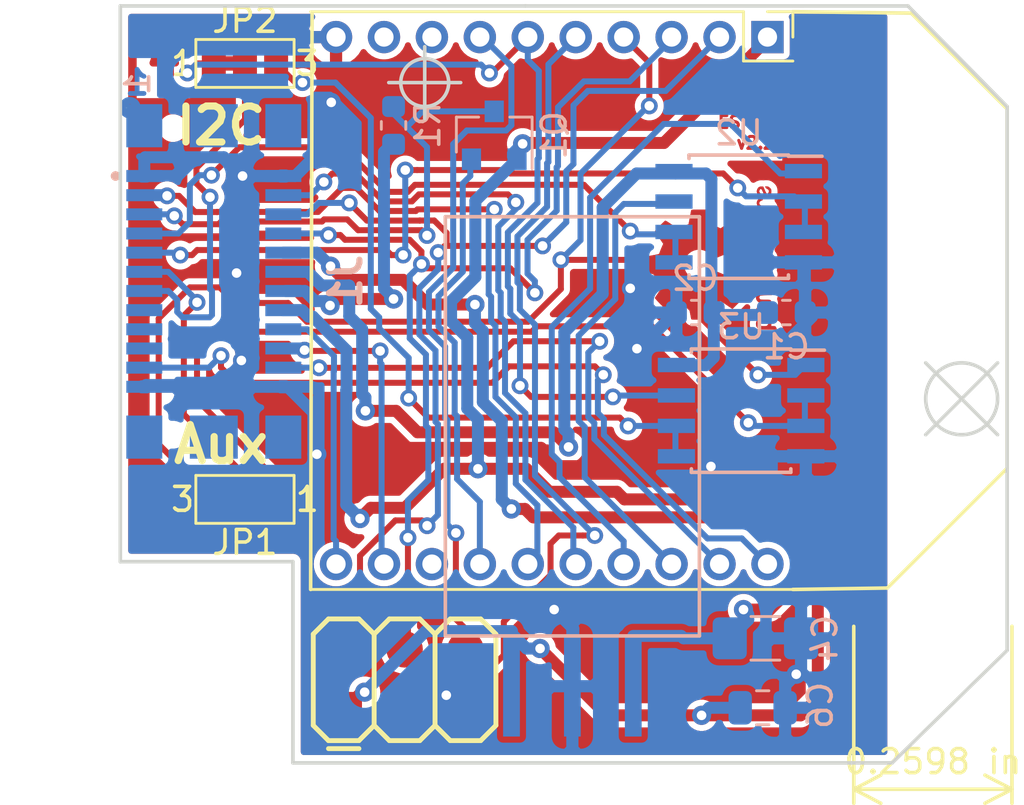
<source format=kicad_pcb>
(kicad_pcb (version 20171130) (host pcbnew 5.1.4+dfsg1-2)
  (layers (0 F.Cu signal) (31 B.Cu signal) (34 B.Paste user) (35 F.Paste user) (36 B.SilkS user) (37 F.SilkS user) (38 B.Mask user) (39 F.Mask user) (44 Edge.Cuts user))
  (net 0 "")
  (net 1 +24V)
  (net 2 GND)
  (net 3 +12V)
  (net 4 +3V3)
  (net 5 /T2)
  (net 6 /T1)
  (net 7 /EN)
  (net 8 /SW2)
  (net 9 /SW1)
  (net 10 +5V)
  (net 11 /SDAx)
  (net 12 /SCLx)
  (net 13 /Rx)
  (net 14 /Boot0)
  (net 15 /1w)
  (net 16 /Tx)
  (net 17 "Net-(U5-Pad8)")
  (net 18 "Net-(U5-Pad13)")
  (net 19 "Net-(U5-Pad9)")
  (net 20 /Bus3)
  (net 21 "Net-(JP1-Pad1)")
  (net 22 "Net-(JP2-Pad3)")
  (net 23 /Bus4)
  (net 24 /Bus1)
  (net 25 /Bus2)
  (net 26 "/Common bus interface/Bus1_12")
  (net 27 "/Common bus interface/Bus2_12")
  (net 28 "/Common bus interface/Bus3_12")
  (net 29 "/Common bus interface/Bus4_12")
  (net 30 "/Common bus interface/Tx2")
  (net 31 "/Common bus interface/Rx2")
  (net 32 "/Common bus interface/T3")
  (net 33 "/Common bus interface/1wire_5")
  (module Package_SO:SOIC-8_3.9x4.9mm_P1.27mm (layer B.Cu) (at 55.9 56.895 180)
    (fp_text reference U3 (at 0 3.5) (layer B.SilkS) (effects (justify mirror)))
    (fp_text value P82B96)
    (pad 8 smd rect (at 2.7 1.905 180) (size 1.55 0.6) (layers B.Cu B.Paste B.Mask) (net 3 +12V))
    (pad 7 smd rect (at 2.7 0.635 180) (size 1.55 0.6) (layers B.Cu B.Paste B.Mask) (net 23 /Bus4))
    (pad 6 smd rect (at 2.7 -0.635 180) (size 1.55 0.6) (layers B.Cu B.Paste B.Mask) (net 22 "Net-(JP2-Pad3)"))
    (pad 5 smd rect (at 2.7 -1.905 180) (size 1.55 0.6) (layers B.Cu B.Paste B.Mask) (net 22 "Net-(JP2-Pad3)"))
    (pad 4 smd rect (at -2.7 -1.905 180) (size 1.55 0.6) (layers B.Cu B.Paste B.Mask) (net 2 GND))
    (pad 3 smd rect (at -2.7 -0.635 180) (size 1.55 0.6) (layers B.Cu B.Paste B.Mask) (net 21 "Net-(JP1-Pad1)"))
    (pad 2 smd rect (at -2.7 0.635 180) (size 1.55 0.6) (layers B.Cu B.Paste B.Mask) (net 21 "Net-(JP1-Pad1)"))
    (pad 1 smd rect (at -2.7 1.905 180) (size 1.55 0.6) (layers B.Cu B.Paste B.Mask) (net 20 /Bus3))
  )
  (module Package_SO:SOIC-8_3.9x4.9mm_P1.27mm (layer B.Cu) (at 55.8 48.8 180)
    (fp_text reference U2 (at 0 3.5) (layer B.SilkS) (effects (justify mirror)))
    (fp_text value P82B96)
    (pad 8 smd rect (at 2.7 1.905 180) (size 1.55 0.6) (layers B.Cu B.Paste B.Mask) (net 3 +12V))
    (pad 7 smd rect (at 2.7 0.635 180) (size 1.55 0.6) (layers B.Cu B.Paste B.Mask) (net 24 /Bus1))
    (pad 6 smd rect (at 2.7 -0.635 180) (size 1.55 0.6) (layers B.Cu B.Paste B.Mask) (net 26 "/Common bus interface/Bus1_12"))
    (pad 5 smd rect (at 2.7 -1.905 180) (size 1.55 0.6) (layers B.Cu B.Paste B.Mask) (net 26 "/Common bus interface/Bus1_12"))
    (pad 4 smd rect (at -2.7 -1.905 180) (size 1.55 0.6) (layers B.Cu B.Paste B.Mask) (net 2 GND))
    (pad 3 smd rect (at -2.7 -0.635 180) (size 1.55 0.6) (layers B.Cu B.Paste B.Mask) (net 27 "/Common bus interface/Bus2_12"))
    (pad 2 smd rect (at -2.7 0.635 180) (size 1.55 0.6) (layers B.Cu B.Paste B.Mask) (net 27 "/Common bus interface/Bus2_12"))
    (pad 1 smd rect (at -2.7 1.905 180) (size 1.55 0.6) (layers B.Cu B.Paste B.Mask) (net 25 /Bus2))
  )
  (module Resistor_SMD:R_0603_1608Metric (layer B.Cu) (at 41.4 44.9875 90)
    (fp_text reference R1 (at 0 1.43 90) (layer B.SilkS) (effects (justify mirror)))
    (fp_text value 10k)
    (pad 2 smd roundrect (at 0.7875 0 90) (size 0.875 0.95) (layers B.Cu B.Paste B.Mask) (net 33 "/Common bus interface/1wire_5"))
    (pad 1 smd roundrect (at -0.7875 0 90) (size 0.875 0.95) (layers B.Cu B.Paste B.Mask) (net 10 +5V))
  )
  (module Package_TO_SOT_SMD:SOT-23 (layer B.Cu) (at 45.6 45.4 90)
    (fp_text reference Q1 (at 0 2.5 90) (layer B.SilkS) (effects (justify mirror)))
    (fp_text value 2N7002)
    (pad 3 smd rect (at 1 0 90) (size 0.9 0.8) (layers B.Cu B.Paste B.Mask) (net 33 "/Common bus interface/1wire_5"))
    (pad 2 smd rect (at -1 -0.95 90) (size 0.9 0.8) (layers B.Cu B.Paste B.Mask) (net 15 /1w))
    (pad 1 smd rect (at -1 0.95 90) (size 0.9 0.8) (layers B.Cu B.Paste B.Mask) (net 4 +3V3))
  )
  (module Jumper:SolderJumper-3_P1.3mm_Bridged12_Pad1.0x1.5mm_NumberLabels (layer F.Cu) (at 35.2 42.4)
    (fp_text reference JP2 (at 0 -1.8) (layer F.SilkS))
    (fp_text value SolderJumper_3_Bridged12)
    (fp_text user 1 (at -2.6 0) (layer F.SilkS))
    (fp_text user 3 (at 2.6 0) (layer F.SilkS))
    (pad 2 smd rect (at 0 0) (size 1 1.5) (layers F.Cu F.Mask) (net 29 "/Common bus interface/Bus4_12"))
    (pad 3 smd rect (at 1.3 0) (size 1 1.5) (layers F.Cu F.Mask) (net 22 "Net-(JP2-Pad3)"))
    (pad 1 smd custom (at -1.3 0) (size 1 1.5) (layers F.Cu F.Mask) (net 23 /Bus4) (options (clearance outline) (anchor rect)) (primitives (gr_poly (pts (xy 0.4 -0.3) (xy 0.9 -0.3) (xy 0.9 0.3) (xy 0.4 0.3)) (width 0))))
  )
  (module Jumper:SolderJumper-3_P1.3mm_Bridged12_Pad1.0x1.5mm_NumberLabels (layer F.Cu) (at 35.2 60.6 180)
    (fp_text reference JP1 (at 0 -1.8) (layer F.SilkS))
    (fp_text value SolderJumper_3_Bridged12)
    (fp_text user 1 (at -2.6 0) (layer F.SilkS))
    (fp_text user 3 (at 2.6 0) (layer F.SilkS))
    (pad 2 smd rect (at 0 0 180) (size 1 1.5) (layers F.Cu F.Mask) (net 28 "/Common bus interface/Bus3_12"))
    (pad 3 smd rect (at 1.3 0 180) (size 1 1.5) (layers F.Cu F.Mask) (net 20 /Bus3))
    (pad 1 smd custom (at -1.3 0 180) (size 1 1.5) (layers F.Cu F.Mask) (net 21 "Net-(JP1-Pad1)") (options (clearance outline) (anchor rect)) (primitives (gr_poly (pts (xy 0.4 -0.3) (xy 0.9 -0.3) (xy 0.9 0.3) (xy 0.4 0.3)) (width 0))))
  )
  (module localstuff:TE_1775013_plug (layer B.Cu) (at 33.9 51.5 90)
    (fp_text reference J1 (at 0 5.5 -90) (layer B.SilkS) (effects (font (size 1.27 1.27) (thickness 0.254)) (justify mirror)))
    (fp_text value Moat_Bus_device hide)
    (fp_circle (center 7.25 -3.5) (end 7.55 -3.5) (layer B.Cu) (width 0.3))
    (fp_text user 1 (at 8.255 -3.175 -90) (layer B.SilkS) (effects (justify mirror)))
    (pad 1 smd rect (at 4.4 -2.9 90) (size 0.5 1.5) (layers B.Cu B.Paste) (net 2 GND))
    (pad 2 smd rect (at 4.4 2.9 90) (size 0.5 1.5) (layers B.Cu B.Paste) (net 2 GND))
    (pad 3 smd rect (at 3.6 -2.9 90) (size 0.5 1.5) (layers B.Cu B.Paste) (net 9 /SW1))
    (pad 4 smd rect (at 3.6 2.9 90) (size 0.5 1.5) (layers B.Cu B.Paste) (net 8 /SW2))
    (pad 5 smd rect (at 2.8 -2.9 90) (size 0.5 1.5) (layers B.Cu B.Paste) (net 33 "/Common bus interface/1wire_5"))
    (pad 6 smd rect (at 2.8 2.9 90) (size 0.5 1.5) (layers B.Cu B.Paste) (net 16 /Tx))
    (pad 7 smd rect (at 2 -2.9 90) (size 0.5 1.5) (layers B.Cu B.Paste) (net 26 "/Common bus interface/Bus1_12"))
    (pad 8 smd rect (at 2 2.9 90) (size 0.5 1.5) (layers B.Cu B.Paste) (net 13 /Rx))
    (pad 9 smd rect (at 1.2 -2.9 90) (size 0.5 1.5) (layers B.Cu B.Paste) (net 27 "/Common bus interface/Bus2_12"))
    (pad 10 smd rect (at 1.2 2.9 90) (size 0.5 1.5) (layers B.Cu B.Paste) (net 1 +24V))
    (pad 11 smd rect (at 0.4 -2.9 90) (size 0.5 1.5) (layers B.Cu B.Paste) (net 28 "/Common bus interface/Bus3_12"))
    (pad 12 smd rect (at 0.4 2.9 90) (size 0.5 1.5) (layers B.Cu B.Paste) (net 3 +12V))
    (pad 13 smd rect (at -0.4 -2.9 90) (size 0.5 1.5) (layers B.Cu B.Paste) (net 29 "/Common bus interface/Bus4_12"))
    (pad 14 smd rect (at -0.4 2.9 90) (size 0.5 1.5) (layers B.Cu B.Paste) (net 10 +5V))
    (pad 15 smd rect (at -1.2 -2.9 90) (size 0.5 1.5) (layers B.Cu B.Paste) (net 30 "/Common bus interface/Tx2"))
    (pad 16 smd rect (at -1.2 2.9 90) (size 0.5 1.5) (layers B.Cu B.Paste) (net 4 +3V3))
    (pad 17 smd rect (at -2 -2.9 90) (size 0.5 1.5) (layers B.Cu B.Paste) (net 31 "/Common bus interface/Rx2"))
    (pad 18 smd rect (at -2 2.9 90) (size 0.5 1.5) (layers B.Cu B.Paste) (net 12 /SCLx))
    (pad 19 smd rect (at -2.8 -2.9 90) (size 0.5 1.5) (layers B.Cu B.Paste) (net 32 "/Common bus interface/T3"))
    (pad 20 smd rect (at -2.8 2.9 90) (size 0.5 1.5) (layers B.Cu B.Paste) (net 11 /SDAx))
    (pad 21 smd rect (at -3.6 -2.9 90) (size 0.5 1.5) (layers B.Cu B.Paste) (net 6 /T1))
    (pad 22 smd rect (at -3.6 2.9 90) (size 0.5 1.5) (layers B.Cu B.Paste) (net 5 /T2))
    (pad 23 smd rect (at -4.4 -2.9 90) (size 0.5 1.5) (layers B.Cu B.Paste) (net 2 GND))
    (pad 24 smd rect (at -4.4 2.9 90) (size 0.5 1.5) (layers B.Cu B.Paste) (net 2 GND))
    (pad MNT smd rect (at 6.5 -2.9 180) (size 1.5 1.8) (layers B.Cu B.Paste))
    (pad MNT smd rect (at 6.5 2.9 180) (size 1.5 1.8) (layers B.Cu B.Paste))
    (pad MNT smd rect (at -6.5 -2.9 180) (size 1.5 1.8) (layers B.Cu B.Paste))
    (pad MNT smd rect (at -6.5 2.9 180) (size 1.5 1.8) (layers B.Cu B.Paste))
    (pad MNT smd rect (at 6.5 0 90) (size 1.8 2) (layers B.Cu B.Paste))
    (pad MNT smd rect (at -6.5 0 90) (size 1.8 2) (layers B.Cu B.Paste))
    (pad "" np_thru_hole circle (at 6.4 -1.7 90) (size 0.65 0.65) (drill 0.65) (layers *.Cu *.Mask))
    (pad "" np_thru_hole circle (at -6.4 -1.7 90) (size 0.65 0.65) (drill 0.65) (layers *.Cu *.Mask))
  )
  (module Capacitor_SMD:C_0603_1608Metric (layer B.Cu) (at 53.9875 52.8 180)
    (fp_text reference C2 (at 0 1.43) (layer B.SilkS) (effects (justify mirror)))
    (fp_text value 100n)
    (pad 2 smd roundrect (at 0.7875 0 180) (size 0.875 0.95) (layers B.Cu B.Paste B.Mask) (net 2 GND))
    (pad 1 smd roundrect (at -0.7875 0 180) (size 0.875 0.95) (layers B.Cu B.Paste B.Mask) (net 3 +12V))
  )
  (module Capacitor_SMD:C_0603_1608Metric (layer B.Cu) (at 57.7875 52.8)
    (fp_text reference C1 (at 0 1.43) (layer B.SilkS) (effects (justify mirror)))
    (fp_text value 100n)
    (pad 2 smd roundrect (at 0.7875 0) (size 0.875 0.95) (layers B.Cu B.Paste B.Mask) (net 2 GND))
    (pad 1 smd roundrect (at -0.7875 0) (size 0.875 0.95) (layers B.Cu B.Paste B.Mask) (net 3 +12V))
  )
  (module localstuff:ESPBEE (layer F.Cu) (at 57 41.3 270)
    (fp_text reference U5 hide)
    (fp_text value ESPBEE hide)
    (pad 1 thru_hole rect (at 0 0 270) (size 1.35 1.35) (drill 0.8) (layers *.Cu *.Mask) (net 4 +3V3))
    (pad 20 thru_hole oval (at 22 0 270) (size 1.35 1.35) (drill 0.8) (layers *.Cu *.Mask) (net 6 /T1))
    (pad 2 thru_hole oval (at 0 2 270) (size 1.35 1.35) (drill 0.8) (layers *.Cu *.Mask) (net 16 /Tx))
    (pad 19 thru_hole oval (at 22 2 270) (size 1.35 1.35) (drill 0.8) (layers *.Cu *.Mask) (net 5 /T2))
    (pad 3 thru_hole oval (at 0 4 270) (size 1.35 1.35) (drill 0.8) (layers *.Cu *.Mask) (net 13 /Rx))
    (pad 18 thru_hole oval (at 22 4 270) (size 1.35 1.35) (drill 0.8) (layers *.Cu *.Mask) (net 24 /Bus1))
    (pad 4 thru_hole oval (at 0 6 270) (size 1.35 1.35) (drill 0.8) (layers *.Cu *.Mask) (net 20 /Bus3))
    (pad 17 thru_hole oval (at 22 6 270) (size 1.35 1.35) (drill 0.8) (layers *.Cu *.Mask) (net 25 /Bus2))
    (pad 5 thru_hole oval (at 0 8 270) (size 1.35 1.35) (drill 0.8) (layers *.Cu *.Mask) (net 7 /EN))
    (pad 16 thru_hole oval (at 22 8 270) (size 1.35 1.35) (drill 0.8) (layers *.Cu *.Mask) (net 8 /SW2))
    (pad 6 thru_hole oval (at 0 10 270) (size 1.35 1.35) (drill 0.8) (layers *.Cu *.Mask) (net 23 /Bus4))
    (pad 15 thru_hole oval (at 22 10 270) (size 1.35 1.35) (drill 0.8) (layers *.Cu *.Mask) (net 9 /SW1))
    (pad 7 thru_hole oval (at 0 12 270) (size 1.35 1.35) (drill 0.8) (layers *.Cu *.Mask) (net 14 /Boot0))
    (pad 14 thru_hole oval (at 22 12 270) (size 1.35 1.35) (drill 0.8) (layers *.Cu *.Mask) (net 15 /1w))
    (pad 8 thru_hole oval (at 0 14 270) (size 1.35 1.35) (drill 0.8) (layers *.Cu *.Mask) (net 17 "Net-(U5-Pad8)"))
    (pad 13 thru_hole oval (at 22 14 270) (size 1.35 1.35) (drill 0.8) (layers *.Cu *.Mask) (net 18 "Net-(U5-Pad13)"))
    (pad 9 thru_hole oval (at 0 16 270) (size 1.35 1.35) (drill 0.8) (layers *.Cu *.Mask) (net 19 "Net-(U5-Pad9)"))
    (pad 12 thru_hole oval (at 22 16 270) (size 1.35 1.35) (drill 0.8) (layers *.Cu *.Mask) (net 11 /SDAx))
    (pad 10 thru_hole oval (at 0 18 270) (size 1.35 1.35) (drill 0.8) (layers *.Cu *.Mask) (net 2 GND))
    (pad 11 thru_hole oval (at 22 18 270) (size 1.35 1.35) (drill 0.8) (layers *.Cu *.Mask) (net 12 /SCLx))
  )
  (module Symbol:OSHW-Logo2_7.3x6mm_Copper (layer F.Cu) (at 54.61 50.8 90)
    (fp_text reference REF** hide)
    (fp_text value OSHW-Logo2_7.3x6mm_Copper hide)
    (fp_poly (pts (xy 0.10391 -2.757652) (xy 0.182454 -2.757222) (xy 0.239298 -2.756058) (xy 0.278105 -2.753793) (xy 0.302538 -2.75006) (xy 0.316262 -2.744494) (xy 0.32294 -2.736727) (xy 0.326236 -2.726395) (xy 0.326556 -2.725057) (xy 0.331562 -2.700921) (xy 0.340829 -2.653299) (xy 0.353392 -2.587259) (xy 0.368287 -2.507872) (xy 0.384551 -2.420204) (xy 0.385119 -2.417125) (xy 0.40141 -2.331211) (xy 0.416652 -2.255304) (xy 0.429861 -2.193955) (xy 0.440054 -2.151718) (xy 0.446248 -2.133145) (xy 0.446543 -2.132816) (xy 0.464788 -2.123747) (xy 0.502405 -2.108633) (xy 0.551271 -2.090738) (xy 0.551543 -2.090642) (xy 0.613093 -2.067507) (xy 0.685657 -2.038035) (xy 0.754057 -2.008403) (xy 0.757294 -2.006938) (xy 0.868702 -1.956374) (xy 1.115399 -2.12484) (xy 1.191077 -2.176197) (xy 1.259631 -2.222111) (xy 1.317088 -2.25997) (xy 1.359476 -2.287163) (xy 1.382825 -2.301079) (xy 1.385042 -2.302111) (xy 1.40201 -2.297516) (xy 1.433701 -2.275345) (xy 1.481352 -2.234553) (xy 1.546198 -2.174095) (xy 1.612397 -2.109773) (xy 1.676214 -2.046388) (xy 1.733329 -1.988549) (xy 1.780305 -1.939825) (xy 1.813703 -1.90379) (xy 1.830085 -1.884016) (xy 1.830694 -1.882998) (xy 1.832505 -1.869428) (xy 1.825683 -1.847267) (xy 1.80854 -1.813522) (xy 1.779393 -1.7652) (xy 1.736555 -1.699308) (xy 1.679448 -1.614483) (xy 1.628766 -1.539823) (xy 1.583461 -1.47286) (xy 1.54615 -1.417484) (xy 1.519452 -1.37758) (xy 1.505985 -1.357038) (xy 1.505137 -1.355644) (xy 1.506781 -1.335962) (xy 1.519245 -1.297707) (xy 1.540048 -1.248111) (xy 1.547462 -1.232272) (xy 1.579814 -1.16171) (xy 1.614328 -1.081647) (xy 1.642365 -1.012371) (xy 1.662568 -0.960955) (xy 1.678615 -0.921881) (xy 1.687888 -0.901459) (xy 1.689041 -0.899886) (xy 1.706096 -0.897279) (xy 1.746298 -0.890137) (xy 1.804302 -0.879477) (xy 1.874763 -0.866315) (xy 1.952335 -0.851667) (xy 2.031672 -0.836551) (xy 2.107431 -0.821982) (xy 2.174264 -0.808978) (xy 2.226828 -0.798555) (xy 2.259776 -0.79173) (xy 2.267857 -0.789801) (xy 2.276205 -0.785038) (xy 2.282506 -0.774282) (xy 2.287045 -0.753902) (xy 2.290104 -0.720266) (xy 2.291967 -0.669745) (xy 2.292918 -0.598708) (xy 2.29324 -0.503524) (xy 2.293257 -0.464508) (xy 2.293257 -0.147201) (xy 2.217057 -0.132161) (xy 2.174663 -0.124005) (xy 2.1114 -0.112101) (xy 2.034962 -0.097884) (xy 1.953043 -0.08279) (xy 1.9304 -0.078645) (xy 1.854806 -0.063947) (xy 1.788953 -0.049495) (xy 1.738366 -0.036625) (xy 1.708574 -0.026678) (xy 1.703612 -0.023713) (xy 1.691426 -0.002717) (xy 1.673953 0.037967) (xy 1.654577 0.090322) (xy 1.650734 0.1016) (xy 1.625339 0.171523) (xy 1.593817 0.250418) (xy 1.562969 0.321266) (xy 1.562817 0.321595) (xy 1.511447 0.432733) (xy 1.680399 0.681253) (xy 1.849352 0.929772) (xy 1.632429 1.147058) (xy 1.566819 1.211726) (xy 1.506979 1.268733) (xy 1.456267 1.315033) (xy 1.418046 1.347584) (xy 1.395675 1.363343) (xy 1.392466 1.364343) (xy 1.373626 1.356469) (xy 1.33518 1.334578) (xy 1.28133 1.301267) (xy 1.216276 1.259131) (xy 1.14594 1.211943) (xy 1.074555 1.16381) (xy 1.010908 1.121928) (xy 0.959041 1.088871) (xy 0.922995 1.067218) (xy 0.906867 1.059543) (xy 0.887189 1.066037) (xy 0.849875 1.08315) (xy 0.802621 1.107326) (xy 0.797612 1.110013) (xy 0.733977 1.141927) (xy 0.690341 1.157579) (xy 0.663202 1.157745) (xy 0.649057 1.143204) (xy 0.648975 1.143) (xy 0.641905 1.125779) (xy 0.625042 1.084899) (xy 0.599695 1.023525) (xy 0.567171 0.944819) (xy 0.528778 0.851947) (xy 0.485822 0.748072) (xy 0.444222 0.647502) (xy 0.398504 0.536516) (xy 0.356526 0.433703) (xy 0.319548 0.342215) (xy 0.288827 0.265201) (xy 0.265622 0.205815) (xy 0.25119 0.167209) (xy 0.246743 0.1528) (xy 0.257896 0.136272) (xy 0.287069 0.10993) (xy 0.325971 0.080887) (xy 0.436757 -0.010961) (xy 0.523351 -0.116241) (xy 0.584716 -0.232734) (xy 0.619815 -0.358224) (xy 0.627608 -0.490493) (xy 0.621943 -0.551543) (xy 0.591078 -0.678205) (xy 0.53792 -0.790059) (xy 0.465767 -0.885999) (xy 0.377917 -0.964924) (xy 0.277665 -1.02573) (xy 0.16831 -1.067313) (xy 0.053147 -1.088572) (xy -0.064525 -1.088401) (xy -0.18141 -1.065699) (xy -0.294211 -1.019362) (xy -0.399631 -0.948287) (xy -0.443632 -0.908089) (xy -0.528021 -0.804871) (xy -0.586778 -0.692075) (xy -0.620296 -0.57299) (xy -0.628965 -0.450905) (xy -0.613177 -0.329107) (xy -0.573322 -0.210884) (xy -0.509793 -0.099525) (xy -0.422979 0.001684) (xy -0.325971 0.080887) (xy -0.285563 0.111162) (xy -0.257018 0.137219) (xy -0.246743 0.152825) (xy -0.252123 0.169843) (xy -0.267425 0.2105) (xy -0.291388 0.271642) (xy -0.322756 0.350119) (xy -0.360268 0.44278) (xy -0.402667 0.546472) (xy -0.444337 0.647526) (xy -0.49031 0.758607) (xy -0.532893 0.861541) (xy -0.570779 0.953165) (xy -0.60266 1.030316) (xy -0.627229 1.089831) (xy -0.64318 1.128544) (xy -0.64909 1.143) (xy -0.663052 1.157685) (xy -0.69006 1.157642) (xy -0.733587 1.142099) (xy -0.79711 1.110284) (xy -0.797612 1.110013) (xy -0.84544 1.085323) (xy -0.884103 1.067338) (xy -0.905905 1.059614) (xy -0.906867 1.059543) (xy -0.923279 1.067378) (xy -0.959513 1.089165) (xy -1.011526 1.122328) (xy -1.075275 1.164291) (xy -1.14594 1.211943) (xy -1.217884 1.260191) (xy -1.282726 1.302151) (xy -1.336265 1.335227) (xy -1.374303 1.356821) (xy -1.392467 1.364343) (xy -1.409192 1.354457) (xy -1.44282 1.326826) (xy -1.48999 1.284495) (xy -1.547342 1.230505) (xy -1.611516 1.167899) (xy -1.632503 1.146983) (xy -1.849501 0.929623) (xy -1.684332 0.68722) (xy -1.634136 0.612781) (xy -1.590081 0.545972) (xy -1.554638 0.490665) (xy -1.530281 0.450729) (xy -1.519478 0.430036) (xy -1.519162 0.428563) (xy -1.524857 0.409058) (xy -1.540174 0.369822) (xy -1.562463 0.31743) (xy -1.578107 0.282355) (xy -1.607359 0.215201) (xy -1.634906 0.147358) (xy -1.656263 0.090034) (xy -1.662065 0.072572) (xy -1.678548 0.025938) (xy -1.69466 -0.010095) (xy -1.70351 -0.023713) (xy -1.72304 -0.032048) (xy -1.765666 -0.043863) (xy -1.825855 -0.057819) (xy -1.898078 -0.072578) (xy -1.9304 -0.078645) (xy -2.012478 -0.093727) (xy -2.091205 -0.108331) (xy -2.158891 -0.12102) (xy -2.20784 -0.130358) (xy -2.217057 -0.132161) (xy -2.293257 -0.147201) (xy -2.293257 -0.464508) (xy -2.293086 -0.568846) (xy -2.292384 -0.647787) (xy -2.290866 -0.704962) (xy -2.288251 -0.744001) (xy -2.284254 -0.768535) (xy -2.278591 -0.782195) (xy -2.27098 -0.788611) (xy -2.267857 -0.789801) (xy -2.249022 -0.79402) (xy -2.207412 -0.802438) (xy -2.14837 -0.814039) (xy -2.077243 -0.827805) (xy -1.999375 -0.84272) (xy -1.920113 -0.857768) (xy -1.844802 -0.871931) (xy -1.778787 -0.884194) (xy -1.727413 -0.893539) (xy -1.696025 -0.89895) (xy -1.689041 -0.899886) (xy -1.682715 -0.912404) (xy -1.66871 -0.945754) (xy -1.649645 -0.993623) (xy -1.642366 -1.012371) (xy -1.613004 -1.084805) (xy -1.578429 -1.16483) (xy -1.547463 -1.232272) (xy -1.524677 -1.283841) (xy -1.509518 -1.326215) (xy -1.504458 -1.352166) (xy -1.505264 -1.355644) (xy -1.515959 -1.372064) (xy -1.54038 -1.408583) (xy -1.575905 -1.461313) (xy -1.619913 -1.526365) (xy -1.669783 -1.599849) (xy -1.679644 -1.614355) (xy -1.737508 -1.700296) (xy -1.780044 -1.765739) (xy -1.808946 -1.813696) (xy -1.82591 -1.84718) (xy -1.832633 -1.869205) (xy -1.83081 -1.882783) (xy -1.830764 -1.882869) (xy -1.816414 -1.900703) (xy -1.784677 -1.935183) (xy -1.73899 -1.982732) (xy -1.682796 -2.039778) (xy -1.619532 -2.102745) (xy -1.612398 -2.109773) (xy -1.53267 -2.18698) (xy -1.471143 -2.24367) (xy -1.426579 -2.28089) (xy -1.397743 -2.299685) (xy -1.385042 -2.302111) (xy -1.366506 -2.291529) (xy -1.328039 -2.267084) (xy -1.273614 -2.231388) (xy -1.207202 -2.187053) (xy -1.132775 -2.136689) (xy -1.115399 -2.12484) (xy -0.868703 -1.956374) (xy -0.757294 -2.006938) (xy -0.689543 -2.036405) (xy -0.616817 -2.066041) (xy -0.554297 -2.08967) (xy -0.551543 -2.090642) (xy -0.50264 -2.108543) (xy -0.464943 -2.12368) (xy -0.446575 -2.13279) (xy -0.446544 -2.132816) (xy -0.440715 -2.149283) (xy -0.430808 -2.189781) (xy -0.417805 -2.249758) (xy -0.402691 -2.32466) (xy -0.386448 -2.409936) (xy -0.385119 -2.417125) (xy -0.368825 -2.504986) (xy -0.353867 -2.58474) (xy -0.341209 -2.651319) (xy -0.331814 -2.699653) (xy -0.326646 -2.724675) (xy -0.326556 -2.725057) (xy -0.323411 -2.735701) (xy -0.317296 -2.743738) (xy -0.304547 -2.749533) (xy -0.2815 -2.753453) (xy -0.244491 -2.755865) (xy -0.189856 -2.757135) (xy -0.113933 -2.757629) (xy -0.013056 -2.757714) (xy 0 -2.757714) (xy 0.10391 -2.757652)) (layer F.Cu) (width 0.01))
    (fp_poly (pts (xy 3.153595 1.966966) (xy 3.211021 2.004497) (xy 3.238719 2.038096) (xy 3.260662 2.099064) (xy 3.262405 2.147308) (xy 3.258457 2.211816) (xy 3.109686 2.276934) (xy 3.037349 2.310202) (xy 2.990084 2.336964) (xy 2.965507 2.360144) (xy 2.961237 2.382667) (xy 2.974889 2.407455) (xy 2.989943 2.423886) (xy 3.033746 2.450235) (xy 3.081389 2.452081) (xy 3.125145 2.431546) (xy 3.157289 2.390752) (xy 3.163038 2.376347) (xy 3.190576 2.331356) (xy 3.222258 2.312182) (xy 3.265714 2.295779) (xy 3.265714 2.357966) (xy 3.261872 2.400283) (xy 3.246823 2.435969) (xy 3.21528 2.476943) (xy 3.210592 2.482267) (xy 3.175506 2.51872) (xy 3.145347 2.538283) (xy 3.107615 2.547283) (xy 3.076335 2.55023) (xy 3.020385 2.550965) (xy 2.980555 2.54166) (xy 2.955708 2.527846) (xy 2.916656 2.497467) (xy 2.889625 2.464613) (xy 2.872517 2.423294) (xy 2.863238 2.367521) (xy 2.859693 2.291305) (xy 2.85941 2.252622) (xy 2.860372 2.206247) (xy 2.948007 2.206247) (xy 2.949023 2.231126) (xy 2.951556 2.2352) (xy 2.968274 2.229665) (xy 3.004249 2.215017) (xy 3.052331 2.19419) (xy 3.062386 2.189714) (xy 3.123152 2.158814) (xy 3.156632 2.131657) (xy 3.16399 2.10622) (xy 3.146391 2.080481) (xy 3.131856 2.069109) (xy 3.07941 2.046364) (xy 3.030322 2.050122) (xy 2.989227 2.077884) (xy 2.960758 2.127152) (xy 2.951631 2.166257) (xy 2.948007 2.206247) (xy 2.860372 2.206247) (xy 2.861285 2.162249) (xy 2.868196 2.095384) (xy 2.881884 2.046695) (xy 2.904096 2.010849) (xy 2.936574 1.982513) (xy 2.950733 1.973355) (xy 3.015053 1.949507) (xy 3.085473 1.948006) (xy 3.153595 1.966966)) (layer F.Cu) (width 0.01))
    (fp_poly (pts (xy 2.6526 1.958752) (xy 2.669948 1.966334) (xy 2.711356 1.999128) (xy 2.746765 2.046547) (xy 2.768664 2.097151) (xy 2.772229 2.122098) (xy 2.760279 2.156927) (xy 2.734067 2.175357) (xy 2.705964 2.186516) (xy 2.693095 2.188572) (xy 2.686829 2.173649) (xy 2.674456 2.141175) (xy 2.669028 2.126502) (xy 2.63859 2.075744) (xy 2.59452 2.050427) (xy 2.53801 2.051206) (xy 2.533825 2.052203) (xy 2.503655 2.066507) (xy 2.481476 2.094393) (xy 2.466327 2.139287) (xy 2.45725 2.204615) (xy 2.453286 2.293804) (xy 2.452914 2.341261) (xy 2.45273 2.416071) (xy 2.451522 2.467069) (xy 2.448309 2.499471) (xy 2.442109 2.518495) (xy 2.43194 2.529356) (xy 2.416819 2.537272) (xy 2.415946 2.53767) (xy 2.386828 2.549981) (xy 2.372403 2.554514) (xy 2.370186 2.540809) (xy 2.368289 2.502925) (xy 2.366847 2.445715) (xy 2.365998 2.374027) (xy 2.365829 2.321565) (xy 2.366692 2.220047) (xy 2.37007 2.143032) (xy 2.377142 2.086023) (xy 2.389088 2.044526) (xy 2.40709 2.014043) (xy 2.432327 1.99008) (xy 2.457247 1.973355) (xy 2.517171 1.951097) (xy 2.586911 1.946076) (xy 2.6526 1.958752)) (layer F.Cu) (width 0.01))
    (fp_poly (pts (xy 2.144876 1.956335) (xy 2.186667 1.975344) (xy 2.219469 1.998378) (xy 2.243503 2.024133) (xy 2.260097 2.057358) (xy 2.270577 2.1028) (xy 2.276271 2.165207) (xy 2.278507 2.249327) (xy 2.278743 2.304721) (xy 2.278743 2.520826) (xy 2.241774 2.53767) (xy 2.212656 2.549981) (xy 2.198231 2.554514) (xy 2.195472 2.541025) (xy 2.193282 2.504653) (xy 2.191942 2.451542) (xy 2.191657 2.409372) (xy 2.190434 2.348447) (xy 2.187136 2.300115) (xy 2.182321 2.270518) (xy 2.178496 2.264229) (xy 2.152783 2.270652) (xy 2.112418 2.287125) (xy 2.065679 2.309458) (xy 2.020845 2.333457) (xy 1.986193 2.35493) (xy 1.970002 2.369685) (xy 1.969938 2.369845) (xy 1.97133 2.397152) (xy 1.983818 2.423219) (xy 2.005743 2.444392) (xy 2.037743 2.451474) (xy 2.065092 2.450649) (xy 2.103826 2.450042) (xy 2.124158 2.459116) (xy 2.136369 2.483092) (xy 2.137909 2.487613) (xy 2.143203 2.521806) (xy 2.129047 2.542568) (xy 2.092148 2.552462) (xy 2.052289 2.554292) (xy 1.980562 2.540727) (xy 1.943432 2.521355) (xy 1.897576 2.475845) (xy 1.873256 2.419983) (xy 1.871073 2.360957) (xy 1.891629 2.305953) (xy 1.922549 2.271486) (xy 1.95342 2.252189) (xy 2.001942 2.227759) (xy 2.058485 2.202985) (xy 2.06791 2.199199) (xy 2.130019 2.171791) (xy 2.165822 2.147634) (xy 2.177337 2.123619) (xy 2.16658 2.096635) (xy 2.148114 2.075543) (xy 2.104469 2.049572) (xy 2.056446 2.047624) (xy 2.012406 2.067637) (xy 1.980709 2.107551) (xy 1.976549 2.117848) (xy 1.952327 2.155724) (xy 1.916965 2.183842) (xy 1.872343 2.206917) (xy 1.872343 2.141485) (xy 1.874969 2.101506) (xy 1.88623 2.069997) (xy 1.911199 2.036378) (xy 1.935169 2.010484) (xy 1.972441 1.973817) (xy 2.001401 1.954121) (xy 2.032505 1.94622) (xy 2.067713 1.944914) (xy 2.144876 1.956335)) (layer F.Cu) (width 0.01))
    (fp_poly (pts (xy 1.779833 1.958663) (xy 1.782048 1.99685) (xy 1.783784 2.054886) (xy 1.784899 2.12818) (xy 1.785257 2.205055) (xy 1.785257 2.465196) (xy 1.739326 2.511127) (xy 1.707675 2.539429) (xy 1.67989 2.550893) (xy 1.641915 2.550168) (xy 1.62684 2.548321) (xy 1.579726 2.542948) (xy 1.540756 2.539869) (xy 1.531257 2.539585) (xy 1.499233 2.541445) (xy 1.453432 2.546114) (xy 1.435674 2.548321) (xy 1.392057 2.551735) (xy 1.362745 2.54432) (xy 1.33368 2.521427) (xy 1.323188 2.511127) (xy 1.277257 2.465196) (xy 1.277257 1.978602) (xy 1.314226 1.961758) (xy 1.346059 1.949282) (xy 1.364683 1.944914) (xy 1.369458 1.958718) (xy 1.373921 1.997286) (xy 1.377775 2.056356) (xy 1.380722 2.131663) (xy 1.382143 2.195286) (xy 1.386114 2.445657) (xy 1.420759 2.450556) (xy 1.452268 2.447131) (xy 1.467708 2.436041) (xy 1.472023 2.415308) (xy 1.475708 2.371145) (xy 1.478469 2.309146) (xy 1.480012 2.234909) (xy 1.480235 2.196706) (xy 1.480457 1.976783) (xy 1.526166 1.960849) (xy 1.558518 1.950015) (xy 1.576115 1.944962) (xy 1.576623 1.944914) (xy 1.578388 1.958648) (xy 1.580329 1.99673) (xy 1.582282 2.054482) (xy 1.584084 2.127227) (xy 1.585343 2.195286) (xy 1.589314 2.445657) (xy 1.6764 2.445657) (xy 1.680396 2.21724) (xy 1.684392 1.988822) (xy 1.726847 1.966868) (xy 1.758192 1.951793) (xy 1.776744 1.944951) (xy 1.777279 1.944914) (xy 1.779833 1.958663)) (layer F.Cu) (width 0.01))
    (fp_poly (pts (xy 1.190117 2.065358) (xy 1.189933 2.173837) (xy 1.189219 2.257287) (xy 1.187675 2.319704) (xy 1.185001 2.365085) (xy 1.180894 2.397429) (xy 1.175055 2.420733) (xy 1.167182 2.438995) (xy 1.161221 2.449418) (xy 1.111855 2.505945) (xy 1.049264 2.541377) (xy 0.980013 2.55409) (xy 0.910668 2.542463) (xy 0.869375 2.521568) (xy 0.826025 2.485422) (xy 0.796481 2.441276) (xy 0.778655 2.383462) (xy 0.770463 2.306313) (xy 0.769302 2.249714) (xy 0.769458 2.245647) (xy 0.870857 2.245647) (xy 0.871476 2.31055) (xy 0.874314 2.353514) (xy 0.88084 2.381622) (xy 0.892523 2.401953) (xy 0.906483 2.417288) (xy 0.953365 2.44689) (xy 1.003701 2.449419) (xy 1.051276 2.424705) (xy 1.054979 2.421356) (xy 1.070783 2.403935) (xy 1.080693 2.383209) (xy 1.086058 2.352362) (xy 1.088228 2.304577) (xy 1.088571 2.251748) (xy 1.087827 2.185381) (xy 1.084748 2.141106) (xy 1.078061 2.112009) (xy 1.066496 2.091173) (xy 1.057013 2.080107) (xy 1.01296 2.052198) (xy 0.962224 2.048843) (xy 0.913796 2.070159) (xy 0.90445 2.078073) (xy 0.88854 2.095647) (xy 0.87861 2.116587) (xy 0.873278 2.147782) (xy 0.871163 2.196122) (xy 0.870857 2.245647) (xy 0.769458 2.245647) (xy 0.77281 2.158568) (xy 0.784726 2.090086) (xy 0.807135 2.0386) (xy 0.842124 1.998443) (xy 0.869375 1.977861) (xy 0.918907 1.955625) (xy 0.976316 1.945304) (xy 1.029682 1.948067) (xy 1.059543 1.959212) (xy 1.071261 1.962383) (xy 1.079037 1.950557) (xy 1.084465 1.918866) (xy 1.088571 1.870593) (xy 1.093067 1.816829) (xy 1.099313 1.784482) (xy 1.110676 1.765985) (xy 1.130528 1.75377) (xy 1.143 1.748362) (xy 1.190171 1.728601) (xy 1.190117 2.065358)) (layer F.Cu) (width 0.01))
    (fp_poly (pts (xy 0.529926 1.949755) (xy 0.595858 1.974084) (xy 0.649273 2.017117) (xy 0.670164 2.047409) (xy 0.692939 2.102994) (xy 0.692466 2.143186) (xy 0.668562 2.170217) (xy 0.659717 2.174813) (xy 0.62153 2.189144) (xy 0.602028 2.185472) (xy 0.595422 2.161407) (xy 0.595086 2.148114) (xy 0.582992 2.09921) (xy 0.551471 2.064999) (xy 0.507659 2.048476) (xy 0.458695 2.052634) (xy 0.418894 2.074227) (xy 0.40545 2.086544) (xy 0.395921 2.101487) (xy 0.389485 2.124075) (xy 0.385317 2.159328) (xy 0.382597 2.212266) (xy 0.380502 2.287907) (xy 0.37996 2.311857) (xy 0.377981 2.39379) (xy 0.375731 2.451455) (xy 0.372357 2.489608) (xy 0.367006 2.513004) (xy 0.358824 2.526398) (xy 0.346959 2.534545) (xy 0.339362 2.538144) (xy 0.307102 2.550452) (xy 0.288111 2.554514) (xy 0.281836 2.540948) (xy 0.278006 2.499934) (xy 0.2766 2.430999) (xy 0.277598 2.333669) (xy 0.277908 2.318657) (xy 0.280101 2.229859) (xy 0.282693 2.165019) (xy 0.286382 2.119067) (xy 0.291864 2.086935) (xy 0.299835 2.063553) (xy 0.310993 2.043852) (xy 0.31683 2.03541) (xy 0.350296 1.998057) (xy 0.387727 1.969003) (xy 0.392309 1.966467) (xy 0.459426 1.946443) (xy 0.529926 1.949755)) (layer F.Cu) (width 0.01))
    (fp_poly (pts (xy 0.039744 1.950968) (xy 0.096616 1.972087) (xy 0.097267 1.972493) (xy 0.13244 1.99838) (xy 0.158407 2.028633) (xy 0.17667 2.068058) (xy 0.188732 2.121462) (xy 0.196096 2.193651) (xy 0.200264 2.289432) (xy 0.200629 2.303078) (xy 0.205876 2.508842) (xy 0.161716 2.531678) (xy 0.129763 2.54711) (xy 0.11047 2.554423) (xy 0.109578 2.554514) (xy 0.106239 2.541022) (xy 0.103587 2.504626) (xy 0.101956 2.451452) (xy 0.1016 2.408393) (xy 0.101592 2.338641) (xy 0.098403 2.294837) (xy 0.087288 2.273944) (xy 0.063501 2.272925) (xy 0.022296 2.288741) (xy -0.039914 2.317815) (xy -0.085659 2.341963) (xy -0.109187 2.362913) (xy -0.116104 2.385747) (xy -0.116114 2.386877) (xy -0.104701 2.426212) (xy -0.070908 2.447462) (xy -0.019191 2.450539) (xy 0.018061 2.450006) (xy 0.037703 2.460735) (xy 0.049952 2.486505) (xy 0.057002 2.519337) (xy 0.046842 2.537966) (xy 0.043017 2.540632) (xy 0.007001 2.55134) (xy -0.043434 2.552856) (xy -0.095374 2.545759) (xy -0.132178 2.532788) (xy -0.183062 2.489585) (xy -0.211986 2.429446) (xy -0.217714 2.382462) (xy -0.213343 2.340082) (xy -0.197525 2.305488) (xy -0.166203 2.274763) (xy -0.115322 2.24399) (xy -0.040824 2.209252) (xy -0.036286 2.207288) (xy 0.030821 2.176287) (xy 0.072232 2.150862) (xy 0.089981 2.128014) (xy 0.086107 2.104745) (xy 0.062643 2.078056) (xy 0.055627 2.071914) (xy 0.00863 2.0481) (xy -0.040067 2.049103) (xy -0.082478 2.072451) (xy -0.110616 2.115675) (xy -0.113231 2.12416) (xy -0.138692 2.165308) (xy -0.170999 2.185128) (xy -0.217714 2.20477) (xy -0.217714 2.15395) (xy -0.203504 2.080082) (xy -0.161325 2.012327) (xy -0.139376 1.989661) (xy -0.089483 1.960569) (xy -0.026033 1.9474) (xy 0.039744 1.950968)) (layer F.Cu) (width 0.01))
    (fp_poly (pts (xy -0.624114 1.851289) (xy -0.619861 1.910613) (xy -0.614975 1.945572) (xy -0.608205 1.96082) (xy -0.598298 1.961015) (xy -0.595086 1.959195) (xy -0.552356 1.946015) (xy -0.496773 1.946785) (xy -0.440263 1.960333) (xy -0.404918 1.977861) (xy -0.368679 2.005861) (xy -0.342187 2.037549) (xy -0.324001 2.077813) (xy -0.312678 2.131543) (xy -0.306778 2.203626) (xy -0.304857 2.298951) (xy -0.304823 2.317237) (xy -0.3048 2.522646) (xy -0.350509 2.53858) (xy -0.382973 2.54942) (xy -0.400785 2.554468) (xy -0.401309 2.554514) (xy -0.403063 2.540828) (xy -0.404556 2.503076) (xy -0.405674 2.446224) (xy -0.406303 2.375234) (xy -0.4064 2.332073) (xy -0.406602 2.246973) (xy -0.407642 2.185981) (xy -0.410169 2.144177) (xy -0.414836 2.116642) (xy -0.422293 2.098456) (xy -0.433189 2.084698) (xy -0.439993 2.078073) (xy -0.486728 2.051375) (xy -0.537728 2.049375) (xy -0.583999 2.071955) (xy -0.592556 2.080107) (xy -0.605107 2.095436) (xy -0.613812 2.113618) (xy -0.619369 2.139909) (xy -0.622474 2.179562) (xy -0.623824 2.237832) (xy -0.624114 2.318173) (xy -0.624114 2.522646) (xy -0.669823 2.53858) (xy -0.702287 2.54942) (xy -0.720099 2.554468) (xy -0.720623 2.554514) (xy -0.721963 2.540623) (xy -0.723172 2.501439) (xy -0.724199 2.4407) (xy -0.724998 2.362141) (xy -0.725519 2.269498) (xy -0.725714 2.166509) (xy -0.725714 1.769342) (xy -0.678543 1.749444) (xy -0.631371 1.729547) (xy -0.624114 1.851289)) (layer F.Cu) (width 0.01))
    (fp_poly (pts (xy -1.831697 1.931239) (xy -1.774473 1.969735) (xy -1.730251 2.025335) (xy -1.703833 2.096086) (xy -1.69849 2.148162) (xy -1.699097 2.169893) (xy -1.704178 2.186531) (xy -1.718145 2.201437) (xy -1.745411 2.217973) (xy -1.790388 2.239498) (xy -1.857489 2.269374) (xy -1.857829 2.269524) (xy -1.919593 2.297813) (xy -1.970241 2.322933) (xy -2.004596 2.342179) (xy -2.017482 2.352848) (xy -2.017486 2.352934) (xy -2.006128 2.376166) (xy -1.979569 2.401774) (xy -1.949077 2.420221) (xy -1.93363 2.423886) (xy -1.891485 2.411212) (xy -1.855192 2.379471) (xy -1.837483 2.344572) (xy -1.820448 2.318845) (xy -1.787078 2.289546) (xy -1.747851 2.264235) (xy -1.713244 2.250471) (xy -1.706007 2.249714) (xy -1.697861 2.26216) (xy -1.69737 2.293972) (xy -1.703357 2.336866) (xy -1.714643 2.382558) (xy -1.73005 2.422761) (xy -1.730829 2.424322) (xy -1.777196 2.489062) (xy -1.837289 2.533097) (xy -1.905535 2.554711) (xy -1.976362 2.552185) (xy -2.044196 2.523804) (xy -2.047212 2.521808) (xy -2.100573 2.473448) (xy -2.13566 2.410352) (xy -2.155078 2.327387) (xy -2.157684 2.304078) (xy -2.162299 2.194055) (xy -2.156767 2.142748) (xy -2.017486 2.142748) (xy -2.015676 2.174753) (xy -2.005778 2.184093) (xy -1.981102 2.177105) (xy -1.942205 2.160587) (xy -1.898725 2.139881) (xy -1.897644 2.139333) (xy -1.860791 2.119949) (xy -1.846 2.107013) (xy -1.849647 2.093451) (xy -1.865005 2.075632) (xy -1.904077 2.049845) (xy -1.946154 2.04795) (xy -1.983897 2.066717) (xy -2.009966 2.102915) (xy -2.017486 2.142748) (xy -2.156767 2.142748) (xy -2.152806 2.106027) (xy -2.12845 2.036212) (xy -2.094544 1.987302) (xy -2.033347 1.937878) (xy -1.965937 1.913359) (xy -1.89712 1.911797) (xy -1.831697 1.931239)) (layer F.Cu) (width 0.01))
    (fp_poly (pts (xy -2.958885 1.921962) (xy -2.890855 1.957733) (xy -2.840649 2.015301) (xy -2.822815 2.052312) (xy -2.808937 2.107882) (xy -2.801833 2.178096) (xy -2.80116 2.254727) (xy -2.806573 2.329552) (xy -2.81773 2.394342) (xy -2.834286 2.440873) (xy -2.839374 2.448887) (xy -2.899645 2.508707) (xy -2.971231 2.544535) (xy -3.048908 2.55502) (xy -3.127452 2.53881) (xy -3.149311 2.529092) (xy -3.191878 2.499143) (xy -3.229237 2.459433) (xy -3.232768 2.454397) (xy -3.247119 2.430124) (xy -3.256606 2.404178) (xy -3.26221 2.370022) (xy -3.264914 2.321119) (xy -3.265701 2.250935) (xy -3.265714 2.2352) (xy -3.265678 2.230192) (xy -3.120571 2.230192) (xy -3.119727 2.29643) (xy -3.116404 2.340386) (xy -3.109417 2.368779) (xy -3.097584 2.388325) (xy -3.091543 2.394857) (xy -3.056814 2.41968) (xy -3.023097 2.418548) (xy -2.989005 2.397016) (xy -2.968671 2.374029) (xy -2.956629 2.340478) (xy -2.949866 2.287569) (xy -2.949402 2.281399) (xy -2.948248 2.185513) (xy -2.960312 2.114299) (xy -2.98543 2.068194) (xy -3.02344 2.047635) (xy -3.037008 2.046514) (xy -3.072636 2.052152) (xy -3.097006 2.071686) (xy -3.111907 2.109042) (xy -3.119125 2.16815) (xy -3.120571 2.230192) (xy -3.265678 2.230192) (xy -3.265174 2.160413) (xy -3.262904 2.108159) (xy -3.257932 2.071949) (xy -3.249287 2.045299) (xy -3.235995 2.021722) (xy -3.233057 2.017338) (xy -3.183687 1.958249) (xy -3.129891 1.923947) (xy -3.064398 1.910331) (xy -3.042158 1.909665) (xy -2.958885 1.921962)) (layer F.Cu) (width 0.01))
    (fp_poly (pts (xy -1.283907 1.92778) (xy -1.237328 1.954723) (xy -1.204943 1.981466) (xy -1.181258 2.009484) (xy -1.164941 2.043748) (xy -1.154661 2.089227) (xy -1.149086 2.150892) (xy -1.146884 2.233711) (xy -1.146629 2.293246) (xy -1.146629 2.512391) (xy -1.208314 2.540044) (xy -1.27 2.567697) (xy -1.277257 2.32767) (xy -1.280256 2.238028) (xy -1.283402 2.172962) (xy -1.287299 2.128026) (xy -1.292553 2.09877) (xy -1.299769 2.080748) (xy -1.30955 2.069511) (xy -1.312688 2.067079) (xy -1.360239 2.048083) (xy -1.408303 2.0556) (xy -1.436914 2.075543) (xy -1.448553 2.089675) (xy -1.456609 2.10822) (xy -1.461729 2.136334) (xy -1.464559 2.179173) (xy -1.465744 2.241895) (xy -1.465943 2.307261) (xy -1.465982 2.389268) (xy -1.467386 2.447316) (xy -1.472086 2.486465) (xy -1.482013 2.51178) (xy -1.499097 2.528323) (xy -1.525268 2.541156) (xy -1.560225 2.554491) (xy -1.598404 2.569007) (xy -1.593859 2.311389) (xy -1.592029 2.218519) (xy -1.589888 2.149889) (xy -1.586819 2.100711) (xy -1.582206 2.066198) (xy -1.575432 2.041562) (xy -1.565881 2.022016) (xy -1.554366 2.00477) (xy -1.49881 1.94968) (xy -1.43102 1.917822) (xy -1.357287 1.910191) (xy -1.283907 1.92778)) (layer F.Cu) (width 0.01))
    (fp_poly (pts (xy -2.400256 1.919918) (xy -2.344799 1.947568) (xy -2.295852 1.99848) (xy -2.282371 2.017338) (xy -2.267686 2.042015) (xy -2.258158 2.068816) (xy -2.252707 2.104587) (xy -2.250253 2.156169) (xy -2.249714 2.224267) (xy -2.252148 2.317588) (xy -2.260606 2.387657) (xy -2.276826 2.439931) (xy -2.302546 2.479869) (xy -2.339503 2.512929) (xy -2.342218 2.514886) (xy -2.37864 2.534908) (xy -2.422498 2.544815) (xy -2.478276 2.547257) (xy -2.568952 2.547257) (xy -2.56899 2.635283) (xy -2.569834 2.684308) (xy -2.574976 2.713065) (xy -2.588413 2.730311) (xy -2.614142 2.744808) (xy -2.620321 2.747769) (xy -2.649236 2.761648) (xy -2.671624 2.770414) (xy -2.688271 2.771171) (xy -2.699964 2.761023) (xy -2.70749 2.737073) (xy -2.711634 2.696426) (xy -2.713185 2.636186) (xy -2.712929 2.553455) (xy -2.711651 2.445339) (xy -2.711252 2.413) (xy -2.709815 2.301524) (xy -2.708528 2.228603) (xy -2.569029 2.228603) (xy -2.568245 2.290499) (xy -2.56476 2.330997) (xy -2.556876 2.357708) (xy -2.542895 2.378244) (xy -2.533403 2.38826) (xy -2.494596 2.417567) (xy -2.460237 2.419952) (xy -2.424784 2.39575) (xy -2.423886 2.394857) (xy -2.409461 2.376153) (xy -2.400687 2.350732) (xy -2.396261 2.311584) (xy -2.394882 2.251697) (xy -2.394857 2.23843) (xy -2.398188 2.155901) (xy -2.409031 2.098691) (xy -2.42866 2.063766) (xy -2.45835 2.048094) (xy -2.475509 2.046514) (xy -2.516234 2.053926) (xy -2.544168 2.07833) (xy -2.560983 2.12298) (xy -2.56835 2.19113) (xy -2.569029 2.228603) (xy -2.708528 2.228603) (xy -2.708292 2.215245) (xy -2.706323 2.150333) (xy -2.70355 2.102958) (xy -2.699612 2.06929) (xy -2.694151 2.045498) (xy -2.686808 2.027753) (xy -2.677223 2.012224) (xy -2.673113 2.006381) (xy -2.618595 1.951185) (xy -2.549664 1.91989) (xy -2.469928 1.911165) (xy -2.400256 1.919918)) (layer F.Cu) (width 0.01))
  )
  (module Capacitor_SMD:C_0805_2012Metric (layer B.Cu) (at 56.8 69.3)
    (fp_text reference C6 (at 2.4 -0.1 90) (layer B.SilkS) (effects (justify mirror)))
    (fp_text value 22µF hide)
    (pad 2 smd roundrect (at 0.9375 0) (size 0.975 1.4) (layers B.Cu B.Paste B.Mask) (net 2 GND))
    (pad 1 smd roundrect (at -0.9375 0) (size 0.975 1.4) (layers B.Cu B.Paste B.Mask) (net 4 +3V3))
  )
  (module Capacitor_SMD:C_1206_3216Metric_Pad1.42x1.75mm_HandSolder (layer B.Cu) (at 56.9125 66.4)
    (fp_text reference C4 (at 2.4875 0 90) (layer B.SilkS) (effects (justify mirror)))
    (fp_text value 10µF hide)
    (pad 2 smd roundrect (at 1.4875 0) (size 1.425 1.75) (layers B.Cu B.Paste B.Mask) (roundrect_rratio 0.175439) (net 2 GND))
    (pad 1 smd roundrect (at -1.4875 0) (size 1.425 1.75) (layers B.Cu B.Paste B.Mask) (roundrect_rratio 0.175439) (net 1 +24V))
  )
  (module localstuff:VXO078_flat (layer B.Cu) (at 48.86 66.3 180)
    (fp_text reference U1 hide)
    (fp_text value VXO78)
    (pad 3 smd rect (at 2.54 0 180) (size 0.7 4.2) (drill (offset 0 -2.1)) (layers B.Cu B.Paste B.Mask) (net 4 +3V3))
    (pad 1 smd rect (at -2.54 0 180) (size 0.7 4.2) (drill (offset 0 -2.1)) (layers B.Cu B.Paste B.Mask) (net 1 +24V))
    (pad 2 smd rect (at 0 0 180) (size 0.7 4.2) (drill (offset 0 -2.1)) (layers B.Cu B.Paste B.Mask) (net 2 GND))
  )
  (module localstuff:2X3_PAD (layer F.Cu) (at 41.86 68.13)
    (fp_text reference Prog1 hide)
    (fp_text value PogoPad hide)
    (pad 2 smd roundrect (at -2.54 -1.27 180) (size 1.524 1.524) (layers F.Cu F.Paste F.Mask) (roundrect_rratio 0.5) (net 16 /Tx))
    (pad 1 smd roundrect (at -2.54 1.27 180) (size 1.524 1.524) (layers F.Cu F.Paste F.Mask) (net 4 +3V3))
    (pad 3 smd roundrect (at 0 1.27 180) (size 1.524 1.524) (layers F.Cu F.Paste F.Mask) (roundrect_rratio 0.5) (net 7 /EN))
    (pad 4 smd roundrect (at 0 -1.27 180) (size 1.524 1.524) (layers F.Cu F.Paste F.Mask) (roundrect_rratio 0.5) (net 13 /Rx))
    (pad 5 smd roundrect (at 2.54 1.27 180) (size 1.524 1.524) (layers F.Cu F.Paste F.Mask) (roundrect_rratio 0.5) (net 2 GND))
    (pad 6 smd roundrect (at 2.54 -1.27 180) (size 1.524 1.524) (layers F.Cu F.Paste F.Mask) (roundrect_rratio 0.5) (net 14 /Boot0))
  )
  (gr_text 3 (at 32 60.8) (layer F.Cu) (effects (font (size 1.5 1.5) (thickness 0.3))))
  (gr_text 4 (at 31.8 42.2) (layer F.Cu) (effects (font (size 1.5 1.5) (thickness 0.3))))
  (gr_line (start 67 44.2) (end 62.865 40.005) (layer Edge.Cuts) (width 0.15))
  (gr_text 1 (at 30.7 43.2) (layer B.Cu) (effects (font (size 1 1) (thickness 0.2)) (justify mirror)))
  (gr_text Aux (at 34.2 58.3) (layer F.SilkS) (effects (font (size 1.5 1.5) (thickness 0.3))))
  (gr_text I2C (at 34.2 45) (layer F.SilkS) (effects (font (size 1.5 1.5) (thickness 0.3))))
  (dimension 6.6 (width 0.15) (layer F.SilkS) (gr_text "6,600 mm" (at 63.9 74) (layer F.SilkS) (effects (font (size 1 1) (thickness 0.15)))) (feature1 (pts (xy 60.6 65.9) (xy 60.6 73.286421))) (feature2 (pts (xy 67.2 65.9) (xy 67.2 73.286421))) (crossbar (pts (xy 67.2 72.7) (xy 60.6 72.7))) (arrow1a (pts (xy 60.6 72.7) (xy 61.726504 72.113579))) (arrow1b (pts (xy 60.6 72.7) (xy 61.726504 73.286421))) (arrow2a (pts (xy 67.2 72.7) (xy 66.073496 72.113579))) (arrow2b (pts (xy 67.2 72.7) (xy 66.073496 73.286421))))
  (gr_text v2.2 (at 56.515 45.72) (layer F.Cu) (effects (font (size 0.5 0.5) (thickness 0.125))))
  (gr_text "MoaT\nESP32-BEE" (at 57.15 44.45) (layer F.Cu) (effects (font (size 0.5 0.5) (thickness 0.125))))
  (target plus (at 42.7 43.2) (size 3) (width 0.15) (layer Edge.Cuts))
  (target x (at 65.1 56.4) (size 3) (width 0.15) (layer Edge.Cuts))
  (gr_line (start 46.9 40) (end 62.865 40) (layer Edge.Cuts) (width 0.15))
  (gr_line (start 30 40) (end 46.9 40) (layer Edge.Cuts) (width 0.15))
  (gr_line (start 37.2 63.2) (end 37.2 71.6) (layer Edge.Cuts) (width 0.15))
  (gr_line (start 30 63.2) (end 37.2 63.2) (layer Edge.Cuts) (width 0.15))
  (gr_line (start 30 40) (end 30 63.2) (layer Edge.Cuts) (width 0.15))
  (gr_line (start 67 66.9) (end 67 44.2) (layer Edge.Cuts) (width 0.15))
  (gr_line (start 62.2 71.6) (end 67 66.9) (layer Edge.Cuts) (width 0.15))
  (gr_line (start 37.2 71.6) (end 62.2 71.6) (layer Edge.Cuts) (width 0.15))
  (segment (start 55.425 66.4) (end 53.5 66.4) (width 0.5) (layer B.Cu) (net 1))
  (segment (start 53.4 66.3) (end 53.5 66.4) (width 0.5) (layer B.Cu) (net 1))
  (segment (start 51.4 66.3) (end 53.4 66.3) (width 0.5) (layer B.Cu) (net 1))
  (via (at 46.31499 61) (size 0.8) (drill 0.4) (layers F.Cu B.Cu) (net 1))
  (segment (start 55.425 66.4) (end 56.196347 65.628653) (width 0.5) (layer B.Cu) (net 1))
  (segment (start 56.196347 65.396347) (end 56 65.2) (width 0.5) (layer B.Cu) (net 1))
  (segment (start 56.196347 65.628653) (end 56.196347 65.396347) (width 0.5) (layer B.Cu) (net 1))
  (via (at 56 65.2) (size 0.8) (drill 0.4) (layers F.Cu B.Cu) (net 1))
  (segment (start 56.565685 65.2) (end 56 65.2) (width 0.5) (layer F.Cu) (net 1))
  (segment (start 46.880675 61) (end 47.230674 61.349999) (width 0.5) (layer F.Cu) (net 1))
  (segment (start 46.31499 61) (end 46.880675 61) (width 0.5) (layer F.Cu) (net 1))
  (segment (start 47.230674 61.349999) (end 56.949999 61.349999) (width 0.5) (layer F.Cu) (net 1))
  (segment (start 56.949999 61.349999) (end 58.25 62.65) (width 0.5) (layer F.Cu) (net 1))
  (segment (start 57.1 65.2) (end 56.565685 65.2) (width 0.5) (layer F.Cu) (net 1))
  (segment (start 58.25 64.05) (end 57.1 65.2) (width 0.5) (layer F.Cu) (net 1))
  (segment (start 58.25 62.65) (end 58.25 64.05) (width 0.5) (layer F.Cu) (net 1))
  (segment (start 45.914991 60.600001) (end 45.914991 57.329167) (width 0.5) (layer B.Cu) (net 1))
  (segment (start 44.794871 53.029847) (end 44.794871 52.464162) (width 0.5) (layer B.Cu) (net 1))
  (segment (start 45.124901 53.569498) (end 44.794871 53.239468) (width 0.5) (layer B.Cu) (net 1))
  (segment (start 45.124901 56.539077) (end 45.124901 53.569498) (width 0.5) (layer B.Cu) (net 1))
  (segment (start 45.914991 57.329167) (end 45.124901 56.539077) (width 0.5) (layer B.Cu) (net 1))
  (segment (start 46.31499 61) (end 45.914991 60.600001) (width 0.5) (layer B.Cu) (net 1))
  (segment (start 44.794871 53.239468) (end 44.794871 53.029847) (width 0.5) (layer B.Cu) (net 1))
  (via (at 44.794871 52.464162) (size 0.8) (drill 0.4) (layers F.Cu B.Cu) (net 1))
  (segment (start 36.8 50.3) (end 38.204858 50.3) (width 0.5) (layer B.Cu) (net 1))
  (segment (start 44.794871 52.464162) (end 42.828664 52.464162) (width 0.5) (layer F.Cu) (net 1))
  (via (at 38.76954 50.864682) (size 0.8) (drill 0.4) (layers F.Cu B.Cu) (net 1))
  (segment (start 39.169539 51.264681) (end 38.76954 50.864682) (width 0.5) (layer F.Cu) (net 1))
  (segment (start 39.33907 51.434212) (end 39.169539 51.264681) (width 0.5) (layer F.Cu) (net 1))
  (segment (start 38.369541 50.464683) (end 38.76954 50.864682) (width 0.5) (layer B.Cu) (net 1))
  (segment (start 41.798714 51.434212) (end 39.33907 51.434212) (width 0.5) (layer F.Cu) (net 1))
  (segment (start 42.828664 52.464162) (end 41.798714 51.434212) (width 0.5) (layer F.Cu) (net 1))
  (segment (start 38.204858 50.3) (end 38.369541 50.464683) (width 0.5) (layer B.Cu) (net 1))
  (segment (start 58.56 52.825) (end 58.635 52.9) (width 0.5) (layer B.Cu) (net 2))
  (segment (start 58.56 50.805) (end 58.56 52.825) (width 0.5) (layer B.Cu) (net 2))
  (via (at 58.2 67.9) (size 0.8) (drill 0.4) (layers F.Cu B.Cu) (net 2))
  (segment (start 58.4 66.4) (end 58.4 67.7) (width 0.5) (layer B.Cu) (net 2))
  (segment (start 58.4 67.7) (end 58.2 67.9) (width 0.5) (layer B.Cu) (net 2))
  (segment (start 57.7375 68.3625) (end 58.2 67.9) (width 0.5) (layer B.Cu) (net 2))
  (segment (start 57.7375 69.3) (end 57.7375 68.3625) (width 0.5) (layer B.Cu) (net 2))
  (via (at 43.6 68.775012) (size 0.8) (drill 0.4) (layers F.Cu B.Cu) (net 2))
  (segment (start 58.4 66.4) (end 58.4 61.333913) (width 0.5) (layer B.Cu) (net 2))
  (segment (start 58.666087 61.6) (end 58.4 61.333913) (width 0.5) (layer B.Cu) (net 2))
  (segment (start 56.047851 54.549998) (end 54.640682 55.957167) (width 0.5) (layer B.Cu) (net 2))
  (segment (start 58.86 52.974991) (end 57.284993 54.549998) (width 0.5) (layer B.Cu) (net 2))
  (segment (start 54.640682 55.957167) (end 54.640682 58.659321) (width 0.5) (layer B.Cu) (net 2))
  (segment (start 57.284993 54.549998) (end 56.047851 54.549998) (width 0.5) (layer B.Cu) (net 2))
  (segment (start 54.240683 58.99998) (end 54.25998 58.99998) (width 0.5) (layer F.Cu) (net 2))
  (segment (start 54.485006 59.225006) (end 54.640682 59.225006) (width 0.5) (layer F.Cu) (net 2))
  (segment (start 54.25998 58.99998) (end 54.485006 59.225006) (width 0.5) (layer F.Cu) (net 2))
  (segment (start 54.640682 58.659321) (end 54.640682 59.225006) (width 0.5) (layer B.Cu) (net 2))
  (via (at 54.640682 59.225006) (size 0.8) (drill 0.4) (layers F.Cu B.Cu) (net 2))
  (segment (start 46.525011 66.209306) (end 47.534317 65.2) (width 0.5) (layer F.Cu) (net 2))
  (segment (start 44.4 69.4) (end 45.262001 69.4) (width 0.5) (layer F.Cu) (net 2))
  (segment (start 48.500001 65.599999) (end 48.100002 65.2) (width 0.5) (layer F.Cu) (net 2))
  (segment (start 48.9 66.4) (end 48.9 65.999998) (width 0.5) (layer B.Cu) (net 2))
  (segment (start 48.500001 65.599999) (end 48.100002 65.2) (width 0.5) (layer B.Cu) (net 2))
  (segment (start 58.2 67.9) (end 50.800002 67.9) (width 0.5) (layer F.Cu) (net 2))
  (segment (start 46.525011 68.13699) (end 46.525011 66.209306) (width 0.5) (layer F.Cu) (net 2))
  (segment (start 45.262001 69.4) (end 46.525011 68.13699) (width 0.5) (layer F.Cu) (net 2))
  (segment (start 48.9 65.999998) (end 48.500001 65.599999) (width 0.5) (layer B.Cu) (net 2))
  (segment (start 47.534317 65.2) (end 48.100002 65.2) (width 0.5) (layer F.Cu) (net 2))
  (via (at 48.100002 65.2) (size 0.8) (drill 0.4) (layers F.Cu B.Cu) (net 2))
  (segment (start 50.800002 67.9) (end 48.500001 65.599999) (width 0.5) (layer F.Cu) (net 2))
  (via (at 38.800008 44.024968) (size 0.8) (drill 0.4) (layers F.Cu B.Cu) (net 2))
  (segment (start 39 43.824976) (end 38.800008 44.024968) (width 0.5) (layer F.Cu) (net 2))
  (segment (start 39 41.3) (end 39 43.824976) (width 0.5) (layer F.Cu) (net 2))
  (segment (start 37.3 47.1) (end 38.052885 46.347115) (width 0.5) (layer B.Cu) (net 2))
  (segment (start 38.052885 46.347115) (end 38.052885 44.772091) (width 0.5) (layer B.Cu) (net 2))
  (segment (start 38.052885 44.772091) (end 38.400009 44.424967) (width 0.5) (layer B.Cu) (net 2))
  (segment (start 36.8 47.1) (end 37.3 47.1) (width 0.5) (layer B.Cu) (net 2))
  (segment (start 38.400009 44.424967) (end 38.800008 44.024968) (width 0.5) (layer B.Cu) (net 2))
  (segment (start 36.98075 55.9) (end 38.19999 57.11924) (width 0.5) (layer B.Cu) (net 2))
  (segment (start 33.8 55.9) (end 36.98075 55.9) (width 0.5) (layer B.Cu) (net 2))
  (via (at 38.19999 58.714586) (size 0.8) (drill 0.4) (layers F.Cu B.Cu) (net 2))
  (segment (start 38.19999 57.11924) (end 38.19999 58.148901) (width 0.5) (layer B.Cu) (net 2))
  (segment (start 38.19999 58.148901) (end 38.19999 58.714586) (width 0.5) (layer B.Cu) (net 2))
  (segment (start 31.074847 55.825153) (end 33.725153 55.825153) (width 0.5) (layer B.Cu) (net 2))
  (segment (start 31 55.9) (end 31.074847 55.825153) (width 0.5) (layer B.Cu) (net 2))
  (segment (start 33.725153 55.825153) (end 33.8 55.9) (width 0.5) (layer B.Cu) (net 2))
  (segment (start 57.285 58.805) (end 58.56 58.805) (width 0.5) (layer B.Cu) (net 2))
  (segment (start 57.180682 60.114595) (end 57.180682 58.909318) (width 0.5) (layer B.Cu) (net 2))
  (segment (start 57.180682 58.909318) (end 57.285 58.805) (width 0.5) (layer B.Cu) (net 2))
  (segment (start 58.4 61.333913) (end 57.180682 60.114595) (width 0.5) (layer B.Cu) (net 2))
  (segment (start 56.864994 59.225006) (end 57.180682 58.909318) (width 0.5) (layer B.Cu) (net 2))
  (segment (start 54.640682 59.225006) (end 56.864994 59.225006) (width 0.5) (layer B.Cu) (net 2))
  (segment (start 43.775012 68.775012) (end 44.4 69.4) (width 0.25) (layer F.Cu) (net 2))
  (segment (start 43.6 68.775012) (end 43.775012 68.775012) (width 0.25) (layer F.Cu) (net 2))
  (via (at 34.850001 51.149999) (size 0.7) (drill 0.4) (layers F.Cu B.Cu) (net 2))
  (segment (start 35.1 47.1) (end 36.8 47.1) (width 0.5) (layer B.Cu) (net 2))
  (via (at 35.1 47.1) (size 0.7) (drill 0.4) (layers F.Cu B.Cu) (net 2))
  (segment (start 54.240683 56.995293) (end 51.952694 54.707304) (width 0.5) (layer F.Cu) (net 2))
  (segment (start 53.06 52.9) (end 51.652695 54.307305) (width 0.5) (layer B.Cu) (net 2))
  (via (at 51.552695 54.307305) (size 0.8) (drill 0.4) (layers F.Cu B.Cu) (net 2))
  (segment (start 51.952694 54.707304) (end 51.552695 54.307305) (width 0.5) (layer F.Cu) (net 2))
  (segment (start 54.240683 58.99998) (end 54.240683 56.995293) (width 0.5) (layer F.Cu) (net 2))
  (segment (start 51.652695 54.307305) (end 51.552695 54.307305) (width 0.5) (layer B.Cu) (net 2))
  (segment (start 51.552695 52.067544) (end 51.275032 51.789881) (width 0.5) (layer B.Cu) (net 2))
  (segment (start 51.552695 54.307305) (end 51.552695 52.067544) (width 0.5) (layer B.Cu) (net 2))
  (via (at 51.275032 51.789881) (size 0.7) (drill 0.4) (layers F.Cu B.Cu) (net 2))
  (segment (start 38.19999 58.714586) (end 38.765675 58.714586) (width 0.5) (layer F.Cu) (net 2))
  (segment (start 54.027774 59.212889) (end 54.240683 58.99998) (width 0.5) (layer F.Cu) (net 2))
  (segment (start 38.765675 58.714586) (end 39.03025 58.450011) (width 0.5) (layer F.Cu) (net 2))
  (segment (start 48.315962 59.212889) (end 54.027774 59.212889) (width 0.5) (layer F.Cu) (net 2))
  (segment (start 47.553084 58.450011) (end 48.315962 59.212889) (width 0.5) (layer F.Cu) (net 2))
  (segment (start 39.03025 58.450011) (end 47.553084 58.450011) (width 0.5) (layer F.Cu) (net 2))
  (segment (start 34.31561 46.31561) (end 35.1 47.1) (width 0.5) (layer B.Cu) (net 2))
  (segment (start 31.03439 46.31561) (end 34.31561 46.31561) (width 0.5) (layer B.Cu) (net 2))
  (segment (start 31 47.1) (end 31 46.35) (width 0.5) (layer B.Cu) (net 2))
  (segment (start 31 46.35) (end 31.03439 46.31561) (width 0.5) (layer B.Cu) (net 2))
  (segment (start 34.850001 47.349999) (end 34.850001 51.149999) (width 0.5) (layer B.Cu) (net 2))
  (segment (start 35.1 47.1) (end 34.850001 47.349999) (width 0.5) (layer B.Cu) (net 2))
  (segment (start 34.394974 55.9) (end 35 55.294974) (width 0.5) (layer B.Cu) (net 2))
  (segment (start 34.850001 54.105014) (end 35.050013 54.305026) (width 0.5) (layer B.Cu) (net 2))
  (segment (start 35 55.294974) (end 35 54.8) (width 0.5) (layer B.Cu) (net 2))
  (segment (start 33.8 55.9) (end 34.394974 55.9) (width 0.5) (layer B.Cu) (net 2))
  (segment (start 35 54.8) (end 35.050013 54.8) (width 0.5) (layer B.Cu) (net 2))
  (segment (start 34.850001 51.149999) (end 34.850001 54.105014) (width 0.5) (layer B.Cu) (net 2))
  (via (at 35.050013 54.8) (size 0.7) (drill 0.4) (layers F.Cu B.Cu) (net 2))
  (segment (start 35.050013 54.305026) (end 35.050013 54.8) (width 0.5) (layer B.Cu) (net 2))
  (segment (start 54.635 52.9) (end 56.96 52.9) (width 0.5) (layer B.Cu) (net 3))
  (segment (start 54.435 54.995) (end 54.76 54.67) (width 0.5) (layer B.Cu) (net 3))
  (segment (start 53.16 54.995) (end 54.435 54.995) (width 0.5) (layer B.Cu) (net 3))
  (segment (start 54.76 54.67) (end 54.76 53) (width 0.5) (layer B.Cu) (net 3))
  (segment (start 54.435 46.995) (end 54.66 47.22) (width 0.5) (layer B.Cu) (net 3))
  (segment (start 53.16 46.995) (end 54.435 46.995) (width 0.5) (layer B.Cu) (net 3))
  (segment (start 54.66 47.22) (end 54.66 52.9) (width 0.5) (layer B.Cu) (net 3))
  (via (at 40.22499 56.905021) (size 0.8) (drill 0.4) (layers F.Cu B.Cu) (net 3))
  (via (at 48.699952 58.412887) (size 0.8) (drill 0.4) (layers F.Cu B.Cu) (net 3))
  (segment (start 51.537521 46.995) (end 50.125011 48.40751) (width 0.5) (layer B.Cu) (net 3))
  (segment (start 48.525011 53.617466) (end 48.525011 57.672261) (width 0.5) (layer B.Cu) (net 3))
  (segment (start 50.125011 48.40751) (end 50.125011 52.017466) (width 0.5) (layer B.Cu) (net 3))
  (segment (start 48.525011 57.672261) (end 48.699952 57.847202) (width 0.5) (layer B.Cu) (net 3))
  (segment (start 53.16 46.995) (end 51.537521 46.995) (width 0.5) (layer B.Cu) (net 3))
  (segment (start 50.125011 52.017466) (end 48.525011 53.617466) (width 0.5) (layer B.Cu) (net 3))
  (segment (start 48.699952 57.847202) (end 48.699952 58.412887) (width 0.5) (layer B.Cu) (net 3))
  (segment (start 48.087065 57.8) (end 48.699952 58.412887) (width 0.5) (layer F.Cu) (net 3))
  (segment (start 41.505021 56.905021) (end 42.4 57.8) (width 0.5) (layer F.Cu) (net 3))
  (segment (start 40.22499 56.905021) (end 41.505021 56.905021) (width 0.5) (layer F.Cu) (net 3))
  (segment (start 42.4 57.8) (end 48.087065 57.8) (width 0.5) (layer F.Cu) (net 3))
  (segment (start 40.22499 56.339336) (end 40.22499 56.905021) (width 0.5) (layer B.Cu) (net 3))
  (segment (start 38.391784 51.670928) (end 39.544171 51.670928) (width 0.5) (layer B.Cu) (net 3))
  (segment (start 36.8 51.1) (end 37.820856 51.1) (width 0.5) (layer B.Cu) (net 3))
  (segment (start 40.089554 56.2039) (end 40.22499 56.339336) (width 0.5) (layer B.Cu) (net 3))
  (segment (start 39.544171 51.670928) (end 39.550012 51.676769) (width 0.5) (layer B.Cu) (net 3))
  (segment (start 40.089554 53.493218) (end 40.089554 56.2039) (width 0.5) (layer B.Cu) (net 3))
  (segment (start 37.820856 51.1) (end 38.391784 51.670928) (width 0.5) (layer B.Cu) (net 3))
  (segment (start 39.550012 52.953676) (end 40.089554 53.493218) (width 0.5) (layer B.Cu) (net 3))
  (segment (start 39.550012 51.676769) (end 39.550012 52.953676) (width 0.5) (layer B.Cu) (net 3))
  (segment (start 40.0727 68.6473) (end 40.19269 68.6473) (width 0.5) (layer F.Cu) (net 4))
  (segment (start 39.32 69.4) (end 40.0727 68.6473) (width 0.5) (layer F.Cu) (net 4))
  (via (at 40.19269 68.6473) (size 0.8) (drill 0.4) (layers F.Cu B.Cu) (net 4))
  (segment (start 54.565697 69.3) (end 54.250004 69.615693) (width 0.5) (layer B.Cu) (net 4))
  (segment (start 55.8625 69.3) (end 54.565697 69.3) (width 0.5) (layer B.Cu) (net 4))
  (via (at 54.250004 69.615693) (size 0.8) (drill 0.4) (layers F.Cu B.Cu) (net 4))
  (segment (start 46.32 66.3) (end 46.32 66.114315) (width 0.5) (layer B.Cu) (net 4))
  (segment (start 40.19269 68.6473) (end 42.73999 66.1) (width 0.5) (layer B.Cu) (net 4))
  (segment (start 46.32 66.114315) (end 46.334315 66.1) (width 0.5) (layer B.Cu) (net 4))
  (segment (start 42.73999 66.1) (end 46.334315 66.1) (width 0.5) (layer B.Cu) (net 4))
  (segment (start 46.334315 66.21351) (end 46.946759 66.825954) (width 0.5) (layer B.Cu) (net 4))
  (via (at 47.512444 66.825954) (size 0.8) (drill 0.4) (layers F.Cu B.Cu) (net 4))
  (segment (start 54.250004 69.615693) (end 50.302183 69.615693) (width 0.5) (layer F.Cu) (net 4))
  (segment (start 46.946759 66.825954) (end 47.512444 66.825954) (width 0.5) (layer B.Cu) (net 4))
  (segment (start 50.302183 69.615693) (end 47.912443 67.225953) (width 0.5) (layer F.Cu) (net 4))
  (segment (start 47.912443 67.225953) (end 47.512444 66.825954) (width 0.5) (layer F.Cu) (net 4))
  (segment (start 46.334315 66.1) (end 46.334315 66.21351) (width 0.5) (layer B.Cu) (net 4))
  (via (at 40.000002 61.400002) (size 0.8) (drill 0.4) (layers F.Cu B.Cu) (net 4))
  (via (at 44.91999 59.323277) (size 0.8) (drill 0.4) (layers F.Cu B.Cu) (net 4))
  (segment (start 43.50607 59.323277) (end 44.354305 59.323277) (width 0.5) (layer F.Cu) (net 4))
  (segment (start 44.354305 59.323277) (end 44.91999 59.323277) (width 0.5) (layer F.Cu) (net 4))
  (segment (start 41.876492 60.952855) (end 43.50607 59.323277) (width 0.5) (layer F.Cu) (net 4))
  (segment (start 40.000002 61.400002) (end 40.447149 60.952855) (width 0.5) (layer F.Cu) (net 4))
  (segment (start 40.447149 60.952855) (end 41.876492 60.952855) (width 0.5) (layer F.Cu) (net 4))
  (via (at 46.784968 45.755125) (size 0.8) (drill 0.4) (layers F.Cu B.Cu) (net 4))
  (segment (start 46.384969 46.155124) (end 46.784968 45.755125) (width 0.5) (layer B.Cu) (net 4))
  (segment (start 46.5 46.4) (end 46.384969 46.284969) (width 0.5) (layer B.Cu) (net 4))
  (segment (start 46.384969 46.284969) (end 46.384969 46.155124) (width 0.5) (layer B.Cu) (net 4))
  (segment (start 46.749843 45.72) (end 46.784968 45.755125) (width 0.5) (layer F.Cu) (net 4))
  (segment (start 57.1 41.3) (end 52.68 45.72) (width 0.5) (layer F.Cu) (net 4))
  (segment (start 52.68 45.72) (end 46.749843 45.72) (width 0.5) (layer F.Cu) (net 4))
  (segment (start 47.900626 60.282507) (end 46.941396 59.323277) (width 0.5) (layer F.Cu) (net 4))
  (segment (start 50.713549 60.282507) (end 47.900626 60.282507) (width 0.5) (layer F.Cu) (net 4))
  (segment (start 45.485675 59.323277) (end 44.91999 59.323277) (width 0.5) (layer F.Cu) (net 4))
  (segment (start 58.384307 69.615693) (end 59.1 68.9) (width 0.5) (layer F.Cu) (net 4))
  (segment (start 51.031042 60.6) (end 50.713549 60.282507) (width 0.5) (layer F.Cu) (net 4))
  (segment (start 54.250004 69.615693) (end 58.384307 69.615693) (width 0.5) (layer F.Cu) (net 4))
  (segment (start 59.1 68.9) (end 59.1 61.8) (width 0.5) (layer F.Cu) (net 4))
  (segment (start 59.1 61.8) (end 57.9 60.6) (width 0.5) (layer F.Cu) (net 4))
  (segment (start 46.941396 59.323277) (end 45.485675 59.323277) (width 0.5) (layer F.Cu) (net 4))
  (segment (start 57.9 60.6) (end 51.031042 60.6) (width 0.5) (layer F.Cu) (net 4))
  (segment (start 44.812491 51.315156) (end 43.800046 52.327601) (width 0.5) (layer B.Cu) (net 4))
  (segment (start 46.5 46.45) (end 44.812491 48.137509) (width 0.5) (layer B.Cu) (net 4))
  (segment (start 44.47489 56.80832) (end 44.91999 57.25342) (width 0.5) (layer B.Cu) (net 4))
  (segment (start 46.5 46.4) (end 46.5 46.45) (width 0.5) (layer B.Cu) (net 4))
  (segment (start 43.800046 52.327601) (end 43.800046 53.163897) (width 0.5) (layer B.Cu) (net 4))
  (segment (start 44.812491 48.137509) (end 44.812491 51.315156) (width 0.5) (layer B.Cu) (net 4))
  (segment (start 44.47489 53.838741) (end 44.47489 56.80832) (width 0.5) (layer B.Cu) (net 4))
  (segment (start 43.800046 53.163897) (end 44.47489 53.838741) (width 0.5) (layer B.Cu) (net 4))
  (segment (start 44.91999 57.25342) (end 44.91999 58.757592) (width 0.5) (layer B.Cu) (net 4))
  (segment (start 44.91999 58.757592) (end 44.91999 59.323277) (width 0.5) (layer B.Cu) (net 4))
  (segment (start 38.030082 52.97095) (end 39.439543 54.380411) (width 0.5) (layer B.Cu) (net 4))
  (segment (start 37.853298 52.97095) (end 38.030082 52.97095) (width 0.5) (layer B.Cu) (net 4))
  (segment (start 39.600003 61.000003) (end 40.000002 61.400002) (width 0.5) (layer B.Cu) (net 4))
  (segment (start 39.439543 56.027938) (end 39.424988 56.042493) (width 0.5) (layer B.Cu) (net 4))
  (segment (start 37.582348 52.7) (end 37.853298 52.97095) (width 0.5) (layer B.Cu) (net 4))
  (segment (start 36.8 52.7) (end 37.582348 52.7) (width 0.5) (layer B.Cu) (net 4))
  (segment (start 39.424988 60.824988) (end 39.600003 61.000003) (width 0.5) (layer B.Cu) (net 4))
  (segment (start 39.424988 56.042493) (end 39.424988 60.824988) (width 0.5) (layer B.Cu) (net 4))
  (segment (start 39.439543 54.380411) (end 39.439543 56.027938) (width 0.5) (layer B.Cu) (net 4))
  (via (at 50 54) (size 0.7) (drill 0.4) (layers F.Cu B.Cu) (net 5))
  (segment (start 55.1 63.4) (end 49.774965 58.074966) (width 0.25) (layer B.Cu) (net 5))
  (segment (start 49.774965 58.074966) (end 49.774965 57.412626) (width 0.25) (layer B.Cu) (net 5))
  (segment (start 49.525022 54.474978) (end 49.650001 54.349999) (width 0.25) (layer B.Cu) (net 5))
  (segment (start 49.650001 54.349999) (end 50 54) (width 0.25) (layer B.Cu) (net 5))
  (segment (start 49.525022 57.162683) (end 49.525022 54.474978) (width 0.25) (layer B.Cu) (net 5))
  (segment (start 49.774965 57.412626) (end 49.525022 57.162683) (width 0.25) (layer B.Cu) (net 5))
  (via (at 38.289522 55.106454) (size 0.7) (drill 0.4) (layers F.Cu B.Cu) (net 5))
  (segment (start 36.8 55.1) (end 38.283068 55.1) (width 0.25) (layer B.Cu) (net 5))
  (segment (start 38.283068 55.1) (end 38.289522 55.106454) (width 0.25) (layer B.Cu) (net 5))
  (segment (start 38.784496 55.106454) (end 38.289522 55.106454) (width 0.25) (layer F.Cu) (net 5))
  (segment (start 46.4 54) (end 45.293546 55.106454) (width 0.25) (layer F.Cu) (net 5))
  (segment (start 45.293546 55.106454) (end 38.784496 55.106454) (width 0.25) (layer F.Cu) (net 5))
  (segment (start 50 54) (end 46.4 54) (width 0.25) (layer F.Cu) (net 5))
  (via (at 50.150032 55.397301) (size 0.7) (drill 0.4) (layers F.Cu B.Cu) (net 6))
  (segment (start 49.925033 55.6223) (end 50.150032 55.397301) (width 0.25) (layer B.Cu) (net 6))
  (segment (start 57 63.3) (end 55.93 62.23) (width 0.25) (layer B.Cu) (net 6))
  (segment (start 50.174976 57.246937) (end 49.925033 56.996994) (width 0.25) (layer B.Cu) (net 6))
  (segment (start 49.925033 56.996994) (end 49.925033 55.6223) (width 0.25) (layer B.Cu) (net 6))
  (segment (start 55.93 62.23) (end 54.495699 62.23) (width 0.25) (layer B.Cu) (net 6))
  (segment (start 54.495699 62.23) (end 50.174976 57.909276) (width 0.25) (layer B.Cu) (net 6))
  (segment (start 50.174976 57.909276) (end 50.174976 57.246937) (width 0.25) (layer B.Cu) (net 6))
  (via (at 34.199996 54.6) (size 0.7) (drill 0.4) (layers F.Cu B.Cu) (net 6))
  (segment (start 34.199996 55.094974) (end 34.199996 54.6) (width 0.25) (layer F.Cu) (net 6))
  (segment (start 49.800033 55.047302) (end 46.211181 55.047302) (width 0.25) (layer F.Cu) (net 6))
  (segment (start 33.849997 54.949999) (end 34.199996 54.6) (width 0.25) (layer B.Cu) (net 6))
  (segment (start 46.211181 55.047302) (end 45.527027 55.731456) (width 0.25) (layer F.Cu) (net 6))
  (segment (start 50.150032 55.397301) (end 49.800033 55.047302) (width 0.25) (layer F.Cu) (net 6))
  (segment (start 33.699996 55.1) (end 33.849997 54.949999) (width 0.25) (layer B.Cu) (net 6))
  (segment (start 34.836478 55.731456) (end 34.199996 55.094974) (width 0.25) (layer F.Cu) (net 6))
  (segment (start 31 55.1) (end 33.699996 55.1) (width 0.25) (layer B.Cu) (net 6))
  (segment (start 45.527027 55.731456) (end 34.836478 55.731456) (width 0.25) (layer F.Cu) (net 6))
  (segment (start 53.16 48.3) (end 53.12 48.26) (width 0.25) (layer B.Cu) (net 24))
  (segment (start 51 63.3) (end 51 63.4) (width 0.25) (layer B.Cu) (net 25))
  (segment (start 48.293051 62.106949) (end 49.298077 62.106949) (width 0.25) (layer F.Cu) (net 7))
  (segment (start 47.950001 62.449999) (end 48.293051 62.106949) (width 0.25) (layer F.Cu) (net 7))
  (segment (start 43.16 68.1) (end 45 68.1) (width 0.25) (layer F.Cu) (net 7))
  (segment (start 46 67.1) (end 46 65.706002) (width 0.25) (layer F.Cu) (net 7))
  (segment (start 45 68.1) (end 46 67.1) (width 0.25) (layer F.Cu) (net 7))
  (segment (start 41.86 69.4) (end 43.16 68.1) (width 0.25) (layer F.Cu) (net 7))
  (segment (start 49.298077 62.106949) (end 49.793051 62.106949) (width 0.25) (layer F.Cu) (net 7))
  (segment (start 47.950001 63.756001) (end 47.950001 62.449999) (width 0.25) (layer F.Cu) (net 7))
  (via (at 49.793051 62.106949) (size 0.7) (drill 0.4) (layers F.Cu B.Cu) (net 7))
  (segment (start 46 65.706002) (end 47.950001 63.756001) (width 0.25) (layer F.Cu) (net 7))
  (segment (start 47.859989 42.440011) (end 47.859989 46.513605) (width 0.25) (layer B.Cu) (net 7))
  (segment (start 46.568765 49.619256) (end 46.568765 51.541954) (width 0.25) (layer B.Cu) (net 7))
  (segment (start 49 41.3) (end 47.859989 42.440011) (width 0.25) (layer B.Cu) (net 7))
  (segment (start 47.804956 46.568638) (end 47.804956 48.383065) (width 0.25) (layer B.Cu) (net 7))
  (segment (start 46.568765 51.541954) (end 46.669905 51.643094) (width 0.25) (layer B.Cu) (net 7))
  (segment (start 46.669905 52.674908) (end 47.299934 53.304937) (width 0.25) (layer B.Cu) (net 7))
  (segment (start 46.669905 51.643094) (end 46.669905 52.674908) (width 0.25) (layer B.Cu) (net 7))
  (segment (start 47.299934 53.304937) (end 47.299934 59.613832) (width 0.25) (layer B.Cu) (net 7))
  (segment (start 47.804956 48.383065) (end 46.568765 49.619256) (width 0.25) (layer B.Cu) (net 7))
  (segment (start 49.443052 61.75695) (end 49.793051 62.106949) (width 0.25) (layer B.Cu) (net 7))
  (segment (start 47.299934 59.613832) (end 49.443052 61.75695) (width 0.25) (layer B.Cu) (net 7))
  (segment (start 47.859989 46.513605) (end 47.804956 46.568638) (width 0.25) (layer B.Cu) (net 7))
  (segment (start 58.56 49.535) (end 58.56 48.265) (width 0.25) (layer B.Cu) (net 27))
  (via (at 55.76 47.6) (size 0.7) (drill 0.4) (layers F.Cu B.Cu) (net 27))
  (segment (start 56.109999 47.949999) (end 58.109999 47.949999) (width 0.25) (layer B.Cu) (net 27))
  (segment (start 55.76 47.6) (end 56.109999 47.949999) (width 0.25) (layer B.Cu) (net 27))
  (segment (start 58.109999 47.949999) (end 58.46 48.3) (width 0.25) (layer B.Cu) (net 27))
  (via (at 32.5 50.4) (size 0.7) (drill 0.4) (layers F.Cu B.Cu) (net 27))
  (segment (start 31 50.3) (end 32.4 50.3) (width 0.25) (layer B.Cu) (net 27))
  (segment (start 32.4 50.3) (end 32.5 50.4) (width 0.25) (layer B.Cu) (net 27))
  (via (at 41.887944 46.850639) (size 0.7) (drill 0.4) (layers F.Cu B.Cu) (net 27))
  (segment (start 55.76 47.6) (end 55.155012 46.995012) (width 0.25) (layer F.Cu) (net 27))
  (segment (start 46.133635 46.850639) (end 42.382918 46.850639) (width 0.25) (layer F.Cu) (net 27))
  (segment (start 42.382918 46.850639) (end 41.887944 46.850639) (width 0.25) (layer F.Cu) (net 27))
  (segment (start 46.278008 46.995012) (end 46.133635 46.850639) (width 0.25) (layer F.Cu) (net 27))
  (segment (start 55.155012 46.995012) (end 46.278008 46.995012) (width 0.25) (layer F.Cu) (net 27))
  (segment (start 53.16 50.805) (end 53.16 49.535) (width 0.25) (layer B.Cu) (net 26))
  (segment (start 41.95001 45.05001) (end 41.2 44.3) (width 0.25) (layer B.Cu) (net 33))
  (segment (start 42.60002 44.4) (end 41.95001 45.05001) (width 0.25) (layer B.Cu) (net 33))
  (segment (start 45.55 44.4) (end 42.60002 44.4) (width 0.25) (layer B.Cu) (net 33))
  (segment (start 41.95001 45.05001) (end 42.796164 45.896164) (width 0.25) (layer B.Cu) (net 33))
  (segment (start 42.796164 45.896164) (end 42.796164 49.088763) (width 0.25) (layer B.Cu) (net 33))
  (segment (start 42.796164 49.088763) (end 42.796164 49.583737) (width 0.25) (layer B.Cu) (net 33))
  (via (at 42.796164 49.583737) (size 0.7) (drill 0.4) (layers F.Cu B.Cu) (net 33))
  (segment (start 32.188859 48.7) (end 32.251514 48.762655) (width 0.25) (layer B.Cu) (net 33))
  (via (at 32.251514 48.762655) (size 0.7) (drill 0.4) (layers F.Cu B.Cu) (net 33))
  (segment (start 31 48.7) (end 32.188859 48.7) (width 0.25) (layer B.Cu) (net 33))
  (segment (start 42.573303 49.360876) (end 39.918755 49.360876) (width 0.25) (layer F.Cu) (net 33))
  (segment (start 32.601513 49.112654) (end 32.251514 48.762655) (width 0.25) (layer F.Cu) (net 33))
  (segment (start 34.21064 49.000011) (end 34.097997 49.112654) (width 0.25) (layer F.Cu) (net 33))
  (segment (start 38.41443 49.000011) (end 34.21064 49.000011) (width 0.25) (layer F.Cu) (net 33))
  (segment (start 39.918755 49.360876) (end 39.46894 48.911061) (width 0.25) (layer F.Cu) (net 33))
  (segment (start 42.796164 49.583737) (end 42.573303 49.360876) (width 0.25) (layer F.Cu) (net 33))
  (segment (start 38.50338 48.911061) (end 38.41443 49.000011) (width 0.25) (layer F.Cu) (net 33))
  (segment (start 34.097997 49.112654) (end 32.601513 49.112654) (width 0.25) (layer F.Cu) (net 33))
  (segment (start 39.46894 48.911061) (end 38.50338 48.911061) (width 0.25) (layer F.Cu) (net 33))
  (segment (start 36.8 47.9) (end 37.941532 47.9) (width 0.25) (layer B.Cu) (net 8))
  (segment (start 38.141572 47.69996) (end 38.491571 47.349961) (width 0.25) (layer B.Cu) (net 8))
  (via (at 38.491571 47.349961) (size 0.7) (drill 0.4) (layers F.Cu B.Cu) (net 8))
  (segment (start 37.941532 47.9) (end 38.141572 47.69996) (width 0.25) (layer B.Cu) (net 8))
  (via (at 46.499406 48.197913) (size 0.7) (drill 0.4) (layers F.Cu B.Cu) (net 8))
  (segment (start 48.9 61.779598) (end 46.899923 59.779521) (width 0.25) (layer B.Cu) (net 8))
  (segment (start 46.499406 48.478492) (end 46.499406 48.197913) (width 0.25) (layer B.Cu) (net 8))
  (segment (start 45.869883 51.974472) (end 45.768743 51.873332) (width 0.25) (layer B.Cu) (net 8))
  (segment (start 45.768743 51.873332) (end 45.768743 49.209155) (width 0.25) (layer B.Cu) (net 8))
  (segment (start 45.869883 53.006303) (end 45.869883 51.974472) (width 0.25) (layer B.Cu) (net 8))
  (segment (start 45.768743 49.209155) (end 46.499406 48.478492) (width 0.25) (layer B.Cu) (net 8))
  (segment (start 42.163584 48.160843) (end 42.457926 47.866501) (width 0.25) (layer F.Cu) (net 8))
  (segment (start 39.818811 46.999962) (end 40.979692 48.160843) (width 0.25) (layer F.Cu) (net 8))
  (segment (start 46.899923 59.779521) (end 46.899923 57.005922) (width 0.25) (layer B.Cu) (net 8))
  (segment (start 46.049923 53.186343) (end 45.869883 53.006303) (width 0.25) (layer B.Cu) (net 8))
  (segment (start 46.167994 47.866501) (end 46.499406 48.197913) (width 0.25) (layer F.Cu) (net 8))
  (segment (start 38.84157 46.999962) (end 39.818811 46.999962) (width 0.25) (layer F.Cu) (net 8))
  (segment (start 38.491571 47.349961) (end 38.84157 46.999962) (width 0.25) (layer F.Cu) (net 8))
  (segment (start 40.979692 48.160843) (end 42.163584 48.160843) (width 0.25) (layer F.Cu) (net 8))
  (segment (start 46.899923 57.005922) (end 46.049923 56.155922) (width 0.25) (layer B.Cu) (net 8))
  (segment (start 48.9 63.2) (end 48.9 61.779598) (width 0.25) (layer B.Cu) (net 8))
  (segment (start 46.049923 56.155922) (end 46.049923 53.186343) (width 0.25) (layer B.Cu) (net 8))
  (segment (start 42.457926 47.866501) (end 46.167994 47.866501) (width 0.25) (layer F.Cu) (net 8))
  (via (at 45.602498 48.491502) (size 0.7) (drill 0.4) (layers F.Cu B.Cu) (net 9))
  (segment (start 45.469872 53.171992) (end 45.469872 52.140161) (width 0.25) (layer B.Cu) (net 9))
  (segment (start 47.4 63.121174) (end 47.4 60.845298) (width 0.25) (layer B.Cu) (net 9))
  (segment (start 45.469872 52.140161) (end 45.368732 52.039021) (width 0.25) (layer B.Cu) (net 9))
  (segment (start 46.499912 59.94521) (end 46.499912 57.171611) (width 0.25) (layer B.Cu) (net 9))
  (segment (start 46.499912 57.171611) (end 45.649912 56.321611) (width 0.25) (layer B.Cu) (net 9))
  (segment (start 45.368732 52.039021) (end 45.368732 48.725268) (width 0.25) (layer B.Cu) (net 9))
  (segment (start 47.4 60.845298) (end 46.499912 59.94521) (width 0.25) (layer B.Cu) (net 9))
  (segment (start 45.649912 53.352032) (end 45.469872 53.171992) (width 0.25) (layer B.Cu) (net 9))
  (segment (start 45.368732 48.725268) (end 45.602498 48.491502) (width 0.25) (layer B.Cu) (net 9))
  (segment (start 45.649912 56.321611) (end 45.649912 53.352032) (width 0.25) (layer B.Cu) (net 9))
  (segment (start 31.455618 47.927481) (end 31.950592 47.927481) (width 0.25) (layer B.Cu) (net 9))
  (segment (start 31.1 48) (end 31.172519 47.927481) (width 0.25) (layer B.Cu) (net 9))
  (via (at 31.950592 47.927481) (size 0.7) (drill 0.4) (layers F.Cu B.Cu) (net 9))
  (segment (start 31.172519 47.927481) (end 31.455618 47.927481) (width 0.25) (layer B.Cu) (net 9))
  (segment (start 33.121436 48.603351) (end 32.445566 47.927481) (width 0.25) (layer F.Cu) (net 9))
  (segment (start 34.0416 48.603351) (end 33.121436 48.603351) (width 0.25) (layer F.Cu) (net 9))
  (segment (start 45.602498 48.491502) (end 42.398625 48.491502) (width 0.25) (layer F.Cu) (net 9))
  (segment (start 32.445566 47.927481) (end 31.950592 47.927481) (width 0.25) (layer F.Cu) (net 9))
  (segment (start 40.814003 48.560854) (end 39.850947 47.597798) (width 0.25) (layer F.Cu) (net 9))
  (segment (start 39.850947 47.597798) (end 39.250943 47.597798) (width 0.25) (layer F.Cu) (net 9))
  (segment (start 42.329273 48.560854) (end 40.814003 48.560854) (width 0.25) (layer F.Cu) (net 9))
  (segment (start 42.398625 48.491502) (end 42.329273 48.560854) (width 0.25) (layer F.Cu) (net 9))
  (segment (start 39.250943 47.597798) (end 38.248741 48.6) (width 0.25) (layer F.Cu) (net 9))
  (segment (start 38.248741 48.6) (end 34.044951 48.6) (width 0.25) (layer F.Cu) (net 9))
  (segment (start 34.044951 48.6) (end 34.0416 48.603351) (width 0.25) (layer F.Cu) (net 9))
  (via (at 41.4 52.234222) (size 0.8) (drill 0.4) (layers F.Cu B.Cu) (net 10))
  (segment (start 41.4 52.2) (end 41.4 52.234222) (width 0.5) (layer B.Cu) (net 10))
  (segment (start 41.2 45.9) (end 41 46.1) (width 0.5) (layer B.Cu) (net 10))
  (segment (start 41 51.8) (end 41.4 52.2) (width 0.5) (layer B.Cu) (net 10))
  (segment (start 41 46.1) (end 41 51.8) (width 0.5) (layer B.Cu) (net 10))
  (segment (start 41.4 52.234222) (end 39.022648 52.234222) (width 0.5) (layer F.Cu) (net 10))
  (via (at 38.750002 52.506868) (size 0.8) (drill 0.4) (layers F.Cu B.Cu) (net 10))
  (segment (start 39.022648 52.234222) (end 38.750002 52.506868) (width 0.5) (layer F.Cu) (net 10))
  (segment (start 38.564073 52.320939) (end 38.750002 52.506868) (width 0.5) (layer B.Cu) (net 10))
  (segment (start 38.122541 52.320939) (end 38.564073 52.320939) (width 0.5) (layer B.Cu) (net 10))
  (segment (start 37.701602 51.9) (end 38.122541 52.320939) (width 0.5) (layer B.Cu) (net 10))
  (segment (start 36.9 51.9) (end 37.701602 51.9) (width 0.5) (layer B.Cu) (net 10))
  (segment (start 53.16 58.805) (end 53.16 57.535) (width 0.25) (layer B.Cu) (net 22))
  (segment (start 53.16 57.535) (end 51.185 57.535) (width 0.25) (layer B.Cu) (net 22))
  (segment (start 58.56 56.265) (end 58.56 57.535) (width 0.25) (layer B.Cu) (net 21))
  (segment (start 41 63) (end 41 63.2) (width 0.25) (layer B.Cu) (net 11))
  (via (at 40.839555 54.401186) (size 0.7) (drill 0.4) (layers F.Cu B.Cu) (net 11))
  (segment (start 40.839555 54.89616) (end 40.839555 54.401186) (width 0.25) (layer B.Cu) (net 11))
  (segment (start 41.1 63.2) (end 40.9 63) (width 0.25) (layer B.Cu) (net 11))
  (segment (start 40.9 63) (end 40.9 54.956605) (width 0.25) (layer B.Cu) (net 11))
  (segment (start 40.9 54.956605) (end 40.839555 54.89616) (width 0.25) (layer B.Cu) (net 11))
  (segment (start 36.868618 54.368618) (end 37.190241 54.368618) (width 0.25) (layer B.Cu) (net 11))
  (segment (start 37.717783 54.401186) (end 37.685215 54.368618) (width 0.25) (layer F.Cu) (net 11))
  (segment (start 40.839555 54.401186) (end 37.717783 54.401186) (width 0.25) (layer F.Cu) (net 11))
  (segment (start 37.190241 54.368618) (end 37.685215 54.368618) (width 0.25) (layer B.Cu) (net 11))
  (via (at 37.685215 54.368618) (size 0.7) (drill 0.4) (layers F.Cu B.Cu) (net 11))
  (segment (start 36.8 54.3) (end 36.868618 54.368618) (width 0.25) (layer B.Cu) (net 11))
  (segment (start 38.914532 55.246036) (end 38.914532 54.614532) (width 0.25) (layer B.Cu) (net 12))
  (segment (start 38.899977 62.245383) (end 38.899977 55.26059) (width 0.25) (layer B.Cu) (net 12))
  (segment (start 39 62.345406) (end 38.899977 62.245383) (width 0.25) (layer B.Cu) (net 12))
  (segment (start 38.899977 55.26059) (end 38.914532 55.246036) (width 0.25) (layer B.Cu) (net 12))
  (segment (start 38.914532 54.614532) (end 37.8 53.5) (width 0.25) (layer B.Cu) (net 12))
  (segment (start 39 63.3) (end 39 62.345406) (width 0.25) (layer B.Cu) (net 12))
  (segment (start 37.8 53.5) (end 36.8 53.5) (width 0.25) (layer B.Cu) (net 12))
  (segment (start 42 62.694974) (end 42 62.2) (width 0.25) (layer F.Cu) (net 13))
  (segment (start 42 66.7) (end 42 62.694974) (width 0.25) (layer F.Cu) (net 13))
  (via (at 42 62.2) (size 0.7) (drill 0.4) (layers F.Cu B.Cu) (net 13))
  (segment (start 41.9 66.8) (end 42 66.7) (width 0.25) (layer F.Cu) (net 13))
  (segment (start 47.294915 51.482605) (end 47.294915 51.977579) (width 0.25) (layer B.Cu) (net 13))
  (segment (start 42.075002 51.263449) (end 42.21221 51.126241) (width 0.25) (layer B.Cu) (net 13))
  (segment (start 42 60.644345) (end 42.849844 59.794501) (width 0.25) (layer B.Cu) (net 13))
  (segment (start 46.98998 49.763741) (end 46.98998 51.17767) (width 0.25) (layer B.Cu) (net 13))
  (segment (start 46.271318 50.953982) (end 42.739949 50.953982) (width 0.25) (layer F.Cu) (net 13))
  (segment (start 42.739949 50.953982) (end 42.562209 50.776242) (width 0.25) (layer F.Cu) (net 13))
  (segment (start 42.849844 59.794501) (end 42.849844 57.622851) (width 0.25) (layer B.Cu) (net 13))
  (segment (start 42.749846 57.522853) (end 42.749846 54.553274) (width 0.25) (layer B.Cu) (net 13))
  (segment (start 48.204967 48.548754) (end 46.98998 49.763741) (width 0.25) (layer B.Cu) (net 13))
  (segment (start 42.075002 53.87843) (end 42.075002 51.263449) (width 0.25) (layer B.Cu) (net 13))
  (segment (start 42.749846 54.553274) (end 42.075002 53.87843) (width 0.25) (layer B.Cu) (net 13))
  (via (at 42.562209 50.776242) (size 0.7) (drill 0.4) (layers F.Cu B.Cu) (net 13))
  (segment (start 47.294915 51.977579) (end 46.271318 50.953982) (width 0.25) (layer F.Cu) (net 13))
  (segment (start 42.849844 57.622851) (end 42.749846 57.522853) (width 0.25) (layer B.Cu) (net 13))
  (via (at 47.294915 51.977579) (size 0.7) (drill 0.4) (layers F.Cu B.Cu) (net 13))
  (segment (start 42.21221 51.126241) (end 42.562209 50.776242) (width 0.25) (layer B.Cu) (net 13))
  (segment (start 51.252234 43.147766) (end 49.34153 43.147766) (width 0.25) (layer B.Cu) (net 13))
  (segment (start 49.34153 43.147766) (end 48.26 44.229296) (width 0.25) (layer B.Cu) (net 13))
  (segment (start 48.26 44.229296) (end 48.26 46.679294) (width 0.25) (layer B.Cu) (net 13))
  (segment (start 48.26 46.679294) (end 48.204967 46.734327) (width 0.25) (layer B.Cu) (net 13))
  (segment (start 42 62.2) (end 42 60.644345) (width 0.25) (layer B.Cu) (net 13))
  (segment (start 46.98998 51.17767) (end 47.294915 51.482605) (width 0.25) (layer B.Cu) (net 13))
  (segment (start 48.204967 46.734327) (end 48.204967 48.548754) (width 0.25) (layer B.Cu) (net 13))
  (segment (start 53 41.4) (end 51.252234 43.147766) (width 0.25) (layer B.Cu) (net 13))
  (segment (start 42.562209 50.776242) (end 42.562209 50.25168) (width 0.25) (layer F.Cu) (net 13))
  (segment (start 39.177355 49.56467) (end 38.682381 49.56467) (width 0.25) (layer F.Cu) (net 13))
  (via (at 38.682381 49.56467) (size 0.7) (drill 0.4) (layers F.Cu B.Cu) (net 13))
  (segment (start 39.373572 49.760887) (end 39.177355 49.56467) (width 0.25) (layer F.Cu) (net 13))
  (segment (start 42.071416 49.760887) (end 39.373572 49.760887) (width 0.25) (layer F.Cu) (net 13))
  (segment (start 42.562209 50.25168) (end 42.071416 49.760887) (width 0.25) (layer F.Cu) (net 13))
  (segment (start 38.617711 49.5) (end 38.682381 49.56467) (width 0.25) (layer B.Cu) (net 13))
  (segment (start 36.8 49.5) (end 38.617711 49.5) (width 0.25) (layer B.Cu) (net 13))
  (segment (start 52.07 43.677814) (end 52.07 44.172788) (width 0.25) (layer F.Cu) (net 20))
  (segment (start 52.07 42.37) (end 52.07 43.677814) (width 0.25) (layer F.Cu) (net 20))
  (segment (start 51 41.3) (end 52.07 42.37) (width 0.25) (layer F.Cu) (net 20))
  (via (at 52.07 44.172788) (size 0.7) (drill 0.4) (layers F.Cu B.Cu) (net 20))
  (segment (start 53.06 56.2) (end 52.938051 56.321949) (width 0.25) (layer B.Cu) (net 23))
  (segment (start 44.4 66.86) (end 44.4 65.997999) (width 0.25) (layer F.Cu) (net 14))
  (segment (start 44 65.597999) (end 44 62) (width 0.25) (layer F.Cu) (net 14))
  (via (at 44 62) (size 0.7) (drill 0.4) (layers F.Cu B.Cu) (net 14))
  (segment (start 44.4 65.997999) (end 44 65.597999) (width 0.25) (layer F.Cu) (net 14))
  (segment (start 43.549868 54.221896) (end 43.549868 57.191475) (width 0.25) (layer B.Cu) (net 14))
  (segment (start 43.649866 61.649866) (end 43.650001 61.650001) (width 0.25) (layer B.Cu) (net 14))
  (segment (start 44.454998 45.2) (end 43.887469 45.767529) (width 0.25) (layer B.Cu) (net 14))
  (segment (start 43.887469 50.932002) (end 42.875024 51.944447) (width 0.25) (layer B.Cu) (net 14))
  (segment (start 42.875024 53.547052) (end 43.549868 54.221896) (width 0.25) (layer B.Cu) (net 14))
  (segment (start 43.887469 45.767529) (end 43.887469 50.932002) (width 0.25) (layer B.Cu) (net 14))
  (segment (start 42.875024 51.944447) (end 42.875024 53.547052) (width 0.25) (layer B.Cu) (net 14))
  (segment (start 43.650001 61.650001) (end 44 62) (width 0.25) (layer B.Cu) (net 14))
  (segment (start 43.649866 57.291473) (end 43.649866 61.649866) (width 0.25) (layer B.Cu) (net 14))
  (segment (start 45 41.2) (end 46.314999 42.514999) (width 0.25) (layer B.Cu) (net 14))
  (segment (start 43.549868 57.191475) (end 43.649866 57.291473) (width 0.25) (layer B.Cu) (net 14))
  (segment (start 46.314999 44.980003) (end 46.095002 45.2) (width 0.25) (layer B.Cu) (net 14))
  (segment (start 46.314999 42.514999) (end 46.314999 44.980003) (width 0.25) (layer B.Cu) (net 14))
  (segment (start 46.095002 45.2) (end 44.454998 45.2) (width 0.25) (layer B.Cu) (net 14))
  (segment (start 44.6 47.1) (end 44.6 46.4) (width 0.25) (layer B.Cu) (net 15))
  (segment (start 43.949879 57.025786) (end 43.949879 54.056207) (width 0.25) (layer B.Cu) (net 15))
  (segment (start 44.28748 51.097691) (end 44.28748 47.41252) (width 0.25) (layer B.Cu) (net 15))
  (segment (start 43.949879 54.056207) (end 43.275035 53.381363) (width 0.25) (layer B.Cu) (net 15))
  (segment (start 44.049877 59.749877) (end 44.049877 57.125784) (width 0.25) (layer B.Cu) (net 15))
  (segment (start 43.275035 53.381363) (end 43.275035 52.110136) (width 0.25) (layer B.Cu) (net 15))
  (segment (start 44.28748 47.41252) (end 44.6 47.1) (width 0.25) (layer B.Cu) (net 15))
  (segment (start 44.049877 57.125784) (end 43.949879 57.025786) (width 0.25) (layer B.Cu) (net 15))
  (segment (start 43.275035 52.110136) (end 44.28748 51.097691) (width 0.25) (layer B.Cu) (net 15))
  (segment (start 45 63.3) (end 45 60.7) (width 0.25) (layer B.Cu) (net 15))
  (segment (start 45 60.7) (end 44.049877 59.749877) (width 0.25) (layer B.Cu) (net 15))
  (via (at 42.8 61.7) (size 0.7) (drill 0.4) (layers F.Cu B.Cu) (net 16))
  (segment (start 37.8 48.7) (end 38.2772 48.2228) (width 0.25) (layer B.Cu) (net 16))
  (segment (start 36.8 48.7) (end 37.8 48.7) (width 0.25) (layer B.Cu) (net 16))
  (via (at 39.550945 48.2228) (size 0.7) (drill 0.4) (layers F.Cu B.Cu) (net 16))
  (segment (start 39.055971 48.2228) (end 39.550945 48.2228) (width 0.25) (layer B.Cu) (net 16))
  (segment (start 38.2772 48.2228) (end 39.055971 48.2228) (width 0.25) (layer B.Cu) (net 16))
  (segment (start 40 66.18) (end 40 62.952481) (width 0.25) (layer F.Cu) (net 16))
  (segment (start 39.32 66.86) (end 40 66.18) (width 0.25) (layer F.Cu) (net 16))
  (segment (start 40 62.952481) (end 41.474615 61.477866) (width 0.25) (layer F.Cu) (net 16))
  (segment (start 42.577866 61.477866) (end 42.8 61.7) (width 0.25) (layer F.Cu) (net 16))
  (segment (start 41.474615 61.477866) (end 42.577866 61.477866) (width 0.25) (layer F.Cu) (net 16))
  (via (at 47.618805 50.018814) (size 0.7) (drill 0.4) (layers F.Cu B.Cu) (net 16))
  (segment (start 47.968804 49.668815) (end 47.618805 50.018814) (width 0.25) (layer B.Cu) (net 16))
  (segment (start 55 41.3) (end 52.752223 43.547777) (width 0.25) (layer B.Cu) (net 16))
  (segment (start 48.904994 46.6) (end 48.604978 46.900016) (width 0.25) (layer B.Cu) (net 16))
  (segment (start 52.752223 43.547777) (end 49.507219 43.547777) (width 0.25) (layer B.Cu) (net 16))
  (segment (start 48.904994 44.150002) (end 48.904994 46.6) (width 0.25) (layer B.Cu) (net 16))
  (segment (start 49.507219 43.547777) (end 48.904994 44.150002) (width 0.25) (layer B.Cu) (net 16))
  (segment (start 48.604978 46.900016) (end 48.604978 49.032641) (width 0.25) (layer B.Cu) (net 16))
  (segment (start 48.604978 49.032641) (end 47.968804 49.668815) (width 0.25) (layer B.Cu) (net 16))
  (segment (start 42.475013 53.712741) (end 42.475013 51.778758) (width 0.25) (layer B.Cu) (net 16))
  (segment (start 40.28901 48.960865) (end 42.494962 48.960865) (width 0.25) (layer F.Cu) (net 16))
  (segment (start 43.612467 49.47409) (end 43.612467 49.944416) (width 0.25) (layer F.Cu) (net 16))
  (segment (start 42.4971 48.958727) (end 43.097104 48.958727) (width 0.25) (layer F.Cu) (net 16))
  (segment (start 43.262468 50.991303) (end 43.262468 50.789389) (width 0.25) (layer B.Cu) (net 16))
  (segment (start 39.550945 48.2228) (end 40.28901 48.960865) (width 0.25) (layer F.Cu) (net 16))
  (segment (start 43.097104 48.958727) (end 43.612467 49.47409) (width 0.25) (layer F.Cu) (net 16))
  (segment (start 43.612467 49.944416) (end 43.262468 50.294415) (width 0.25) (layer F.Cu) (net 16))
  (segment (start 47.618805 50.018814) (end 43.538069 50.018814) (width 0.25) (layer F.Cu) (net 16))
  (segment (start 43.149857 54.387585) (end 42.475013 53.712741) (width 0.25) (layer B.Cu) (net 16))
  (segment (start 43.149857 57.357164) (end 43.149857 54.387585) (width 0.25) (layer B.Cu) (net 16))
  (segment (start 42.494962 48.960865) (end 42.4971 48.958727) (width 0.25) (layer F.Cu) (net 16))
  (segment (start 43.538069 50.018814) (end 43.262468 50.294415) (width 0.25) (layer F.Cu) (net 16))
  (via (at 43.262468 50.294415) (size 0.7) (drill 0.4) (layers F.Cu B.Cu) (net 16))
  (segment (start 43.249855 57.457162) (end 43.149857 57.357164) (width 0.25) (layer B.Cu) (net 16))
  (segment (start 42.475013 51.778758) (end 43.262468 50.991303) (width 0.25) (layer B.Cu) (net 16))
  (segment (start 43.262468 50.789389) (end 43.262468 50.294415) (width 0.25) (layer B.Cu) (net 16))
  (segment (start 43.249855 61.250145) (end 43.249855 57.457162) (width 0.25) (layer B.Cu) (net 16))
  (segment (start 42.8 61.7) (end 43.249855 61.250145) (width 0.25) (layer B.Cu) (net 16))
  (segment (start 53.16 49.535) (end 51.410032 49.535) (width 0.25) (layer B.Cu) (net 26))
  (via (at 51.275032 49.4) (size 0.7) (drill 0.4) (layers F.Cu B.Cu) (net 26))
  (segment (start 51.410032 49.535) (end 51.275032 49.4) (width 0.25) (layer B.Cu) (net 26))
  (segment (start 31 49.5) (end 32.424992 49.5) (width 0.25) (layer B.Cu) (net 26))
  (via (at 33.8 47.065612) (size 0.7) (drill 0.4) (layers F.Cu B.Cu) (net 26))
  (segment (start 32.899998 49.024994) (end 32.899998 47.47064) (width 0.25) (layer B.Cu) (net 26))
  (segment (start 41.997895 47.760832) (end 41.145381 47.760832) (width 0.25) (layer F.Cu) (net 26))
  (segment (start 32.424992 49.5) (end 32.899998 49.024994) (width 0.25) (layer B.Cu) (net 26))
  (segment (start 34.149999 46.715613) (end 33.8 47.065612) (width 0.25) (layer F.Cu) (net 26))
  (segment (start 41.145381 47.760832) (end 39.284549 45.9) (width 0.25) (layer F.Cu) (net 26))
  (segment (start 51.275032 49.4) (end 49.341522 47.46649) (width 0.25) (layer F.Cu) (net 26))
  (segment (start 39.284549 45.9) (end 34.965612 45.9) (width 0.25) (layer F.Cu) (net 26))
  (segment (start 34.965612 45.9) (end 34.149999 46.715613) (width 0.25) (layer F.Cu) (net 26))
  (segment (start 49.341522 47.46649) (end 42.292237 47.46649) (width 0.25) (layer F.Cu) (net 26))
  (segment (start 33.305026 47.065612) (end 33.8 47.065612) (width 0.25) (layer B.Cu) (net 26))
  (segment (start 42.292237 47.46649) (end 41.997895 47.760832) (width 0.25) (layer F.Cu) (net 26))
  (segment (start 32.899998 47.47064) (end 33.305026 47.065612) (width 0.25) (layer B.Cu) (net 26))
  (segment (start 41.887944 50.312054) (end 41.799998 50.4) (width 0.25) (layer B.Cu) (net 27))
  (via (at 41.799998 50.4) (size 0.7) (drill 0.4) (layers F.Cu B.Cu) (net 27))
  (segment (start 41.887944 46.850639) (end 41.887944 50.312054) (width 0.25) (layer B.Cu) (net 27))
  (segment (start 32.5 50.4) (end 32.994974 50.4) (width 0.25) (layer F.Cu) (net 27))
  (segment (start 32.994974 50.4) (end 33.205302 50.189672) (width 0.25) (layer F.Cu) (net 27))
  (segment (start 33.205302 50.189672) (end 41.094696 50.189672) (width 0.25) (layer F.Cu) (net 27))
  (segment (start 41.094696 50.189672) (end 41.305024 50.4) (width 0.25) (layer F.Cu) (net 27))
  (segment (start 41.305024 50.4) (end 41.799998 50.4) (width 0.25) (layer F.Cu) (net 27))
  (segment (start 33.199992 52.299992) (end 33.199992 52.37499) (width 0.25) (layer B.Cu) (net 28))
  (segment (start 32.650001 52.924981) (end 32.849993 52.724989) (width 0.25) (layer F.Cu) (net 28))
  (segment (start 32 51.1) (end 33.199992 52.299992) (width 0.25) (layer B.Cu) (net 28))
  (segment (start 35.2 59.6) (end 32.650001 57.050001) (width 0.25) (layer F.Cu) (net 28))
  (segment (start 32.849993 52.724989) (end 33.199992 52.37499) (width 0.25) (layer F.Cu) (net 28))
  (segment (start 32.650001 57.050001) (end 32.650001 52.924981) (width 0.25) (layer F.Cu) (net 28))
  (segment (start 35.2 60.6) (end 35.2 59.6) (width 0.25) (layer F.Cu) (net 28))
  (via (at 33.199992 52.37499) (size 0.7) (drill 0.4) (layers F.Cu B.Cu) (net 28))
  (segment (start 31 51.1) (end 32 51.1) (width 0.25) (layer B.Cu) (net 28))
  (via (at 33.741599 47.97835) (size 0.7) (drill 0.4) (layers F.Cu B.Cu) (net 29))
  (segment (start 35.2 43.4) (end 35.2 42.4) (width 0.25) (layer F.Cu) (net 29))
  (segment (start 35.2 44.74061) (end 35.2 43.4) (width 0.25) (layer F.Cu) (net 29))
  (segment (start 33.174999 46.765611) (end 35.2 44.74061) (width 0.25) (layer F.Cu) (net 29))
  (segment (start 33.174999 47.41175) (end 33.174999 46.765611) (width 0.25) (layer F.Cu) (net 29))
  (segment (start 33.741599 47.97835) (end 33.174999 47.41175) (width 0.25) (layer F.Cu) (net 29))
  (segment (start 33.741599 48.473324) (end 33.741599 47.97835) (width 0.25) (layer B.Cu) (net 29))
  (segment (start 33.725004 53) (end 33.825002 52.900002) (width 0.25) (layer B.Cu) (net 29))
  (segment (start 32.6 53) (end 33.725004 53) (width 0.25) (layer B.Cu) (net 29))
  (segment (start 32.374998 52.774998) (end 32.6 53) (width 0.25) (layer B.Cu) (net 29))
  (segment (start 32.374998 52.274998) (end 32.374998 52.774998) (width 0.25) (layer B.Cu) (net 29))
  (segment (start 33.741599 51.816593) (end 33.741599 48.473324) (width 0.25) (layer B.Cu) (net 29))
  (segment (start 33.825002 51.899996) (end 33.741599 51.816593) (width 0.25) (layer B.Cu) (net 29))
  (segment (start 33.825002 52.900002) (end 33.825002 51.899996) (width 0.25) (layer B.Cu) (net 29))
  (segment (start 32 51.9) (end 32.374998 52.274998) (width 0.25) (layer B.Cu) (net 29))
  (segment (start 31 51.9) (end 32 51.9) (width 0.25) (layer B.Cu) (net 29))
  (segment (start 58.56 54.995) (end 58.155 55.4) (width 0.25) (layer B.Cu) (net 20))
  (via (at 56.6 55.4) (size 0.7) (drill 0.4) (layers F.Cu B.Cu) (net 20))
  (segment (start 58.155 55.4) (end 56.6 55.4) (width 0.25) (layer B.Cu) (net 20))
  (via (at 48.379989 50.6) (size 0.7) (drill 0.4) (layers F.Cu B.Cu) (net 20))
  (segment (start 52.027212 44.172788) (end 52.07 44.172788) (width 0.25) (layer B.Cu) (net 20))
  (segment (start 49.19999 47.00001) (end 52.027212 44.172788) (width 0.25) (layer B.Cu) (net 20))
  (segment (start 48.379989 50.6) (end 49.19999 49.779999) (width 0.25) (layer B.Cu) (net 20))
  (segment (start 49.19999 49.779999) (end 49.19999 47.00001) (width 0.25) (layer B.Cu) (net 20))
  (segment (start 48.874963 50.6) (end 48.379989 50.6) (width 0.25) (layer F.Cu) (net 20))
  (segment (start 51.8 50.6) (end 48.874963 50.6) (width 0.25) (layer F.Cu) (net 20))
  (segment (start 56.6 55.4) (end 51.8 50.6) (width 0.25) (layer F.Cu) (net 20))
  (segment (start 33.9 60.35) (end 33.9 60.6) (width 0.25) (layer F.Cu) (net 20))
  (segment (start 33.15 59.6) (end 33.9 60.35) (width 0.25) (layer F.Cu) (net 20))
  (segment (start 37.781869 53.181869) (end 37 52.4) (width 0.25) (layer F.Cu) (net 20))
  (segment (start 47.018131 53.181869) (end 37.781869 53.181869) (width 0.25) (layer F.Cu) (net 20))
  (segment (start 37 52.4) (end 34.8 52.4) (width 0.25) (layer F.Cu) (net 20))
  (segment (start 48.379989 50.6) (end 48.379989 51.820011) (width 0.25) (layer F.Cu) (net 20))
  (segment (start 31.599999 53.049981) (end 31.599999 58.299999) (width 0.25) (layer F.Cu) (net 20))
  (segment (start 31.599999 58.299999) (end 32.9 59.6) (width 0.25) (layer F.Cu) (net 20))
  (segment (start 32.9 59.6) (end 33.15 59.6) (width 0.25) (layer F.Cu) (net 20))
  (segment (start 48.379989 51.820011) (end 47.018131 53.181869) (width 0.25) (layer F.Cu) (net 20))
  (segment (start 34.8 52.4) (end 34.149989 51.749989) (width 0.25) (layer F.Cu) (net 20))
  (segment (start 32.899991 51.749989) (end 31.599999 53.049981) (width 0.25) (layer F.Cu) (net 20))
  (segment (start 34.149989 51.749989) (end 32.899991 51.749989) (width 0.25) (layer F.Cu) (net 20))
  (via (at 56.2 57.4) (size 0.7) (drill 0.4) (layers F.Cu B.Cu) (net 21))
  (segment (start 58.56 57.535) (end 56.335 57.535) (width 0.25) (layer B.Cu) (net 21))
  (segment (start 56.335 57.535) (end 56.2 57.4) (width 0.25) (layer B.Cu) (net 21))
  (segment (start 36.5 59.75) (end 36.5 60.6) (width 0.25) (layer F.Cu) (net 21))
  (segment (start 47.3907 53.374999) (end 47.165709 53.59999) (width 0.25) (layer F.Cu) (net 21))
  (segment (start 33.200005 54.499999) (end 33.200005 56.450005) (width 0.25) (layer F.Cu) (net 21))
  (segment (start 34.100016 53.59999) (end 33.200005 54.499999) (width 0.25) (layer F.Cu) (net 21))
  (segment (start 47.165709 53.59999) (end 34.100016 53.59999) (width 0.25) (layer F.Cu) (net 21))
  (segment (start 33.200005 56.450005) (end 36.5 59.75) (width 0.25) (layer F.Cu) (net 21))
  (segment (start 52.174999 53.374999) (end 47.3907 53.374999) (width 0.25) (layer F.Cu) (net 21))
  (segment (start 56.2 57.4) (end 52.174999 53.374999) (width 0.25) (layer F.Cu) (net 21))
  (via (at 51.185 57.535) (size 0.7) (drill 0.4) (layers F.Cu B.Cu) (net 22))
  (via (at 42.03 56.369392) (size 0.7) (drill 0.4) (layers F.Cu B.Cu) (net 22))
  (segment (start 42.845609 57.185001) (end 42.03 56.369392) (width 0.25) (layer F.Cu) (net 22))
  (segment (start 51.185 57.535) (end 50.835001 57.185001) (width 0.25) (layer F.Cu) (net 22))
  (segment (start 50.835001 57.185001) (end 42.845609 57.185001) (width 0.25) (layer F.Cu) (net 22))
  (segment (start 42.03 54.691188) (end 40.8 53.461188) (width 0.25) (layer B.Cu) (net 22))
  (segment (start 42.03 56.369392) (end 42.03 54.691188) (width 0.25) (layer B.Cu) (net 22))
  (segment (start 40.8 53.461188) (end 40.8 53) (width 0.25) (layer B.Cu) (net 22))
  (via (at 37.6 43.2) (size 0.7) (drill 0.4) (layers F.Cu B.Cu) (net 22))
  (segment (start 38.974042 43.2) (end 37.6 43.2) (width 0.25) (layer B.Cu) (net 22))
  (segment (start 40.44999 44.675948) (end 38.974042 43.2) (width 0.25) (layer B.Cu) (net 22))
  (segment (start 40.8 53) (end 40.44999 52.64999) (width 0.25) (layer B.Cu) (net 22))
  (segment (start 40.44999 52.64999) (end 40.44999 44.675948) (width 0.25) (layer B.Cu) (net 22))
  (segment (start 37.3 43.2) (end 36.5 42.4) (width 0.25) (layer F.Cu) (net 22))
  (segment (start 37.6 43.2) (end 37.3 43.2) (width 0.25) (layer F.Cu) (net 22))
  (via (at 46.674924 55.855921) (size 0.7) (drill 0.4) (layers F.Cu B.Cu) (net 23))
  (via (at 50.550043 56.321949) (size 0.7) (drill 0.4) (layers F.Cu B.Cu) (net 23))
  (segment (start 53.16 56.265) (end 50.606992 56.265) (width 0.25) (layer B.Cu) (net 23))
  (segment (start 50.606992 56.265) (end 50.550043 56.321949) (width 0.25) (layer B.Cu) (net 23))
  (segment (start 46.674924 55.855921) (end 47.140952 56.321949) (width 0.25) (layer F.Cu) (net 23))
  (segment (start 50.055069 56.321949) (end 50.550043 56.321949) (width 0.25) (layer F.Cu) (net 23))
  (segment (start 47.140952 56.321949) (end 50.055069 56.321949) (width 0.25) (layer F.Cu) (net 23))
  (segment (start 46.674924 55.360947) (end 46.674924 55.855921) (width 0.25) (layer B.Cu) (net 23))
  (segment (start 47 42.254594) (end 47.459978 42.714572) (width 0.25) (layer B.Cu) (net 23))
  (segment (start 47 41.3) (end 47 42.254594) (width 0.25) (layer B.Cu) (net 23))
  (segment (start 46.168754 49.453567) (end 46.168754 51.707643) (width 0.25) (layer B.Cu) (net 23))
  (segment (start 47.404945 48.217376) (end 46.168754 49.453567) (width 0.25) (layer B.Cu) (net 23))
  (segment (start 46.168754 51.707643) (end 46.269894 51.808783) (width 0.25) (layer B.Cu) (net 23))
  (segment (start 46.674924 53.245627) (end 46.674924 55.360947) (width 0.25) (layer B.Cu) (net 23))
  (segment (start 47.404945 46.402949) (end 47.404945 48.217376) (width 0.25) (layer B.Cu) (net 23))
  (segment (start 47.459978 46.347916) (end 47.404945 46.402949) (width 0.25) (layer B.Cu) (net 23))
  (segment (start 46.269894 51.808783) (end 46.269894 52.840597) (width 0.25) (layer B.Cu) (net 23))
  (segment (start 47.459978 42.714572) (end 47.459978 46.347916) (width 0.25) (layer B.Cu) (net 23))
  (segment (start 46.269894 52.840597) (end 46.674924 53.245627) (width 0.25) (layer B.Cu) (net 23))
  (via (at 32.8 42.8) (size 0.7) (drill 0.4) (layers F.Cu B.Cu) (net 23))
  (segment (start 33.9 42.4) (end 33.2 42.4) (width 0.25) (layer F.Cu) (net 23))
  (segment (start 33.2 42.4) (end 32.8 42.8) (width 0.25) (layer F.Cu) (net 23))
  (segment (start 32.8 42.8) (end 33.149999 42.450001) (width 0.25) (layer B.Cu) (net 23))
  (via (at 45.4 42.8) (size 0.7) (drill 0.4) (layers F.Cu B.Cu) (net 23))
  (segment (start 45.050001 42.450001) (end 45.4 42.8) (width 0.25) (layer B.Cu) (net 23))
  (segment (start 33.149999 42.450001) (end 45.050001 42.450001) (width 0.25) (layer B.Cu) (net 23))
  (segment (start 45.5 42.8) (end 47 41.3) (width 0.25) (layer F.Cu) (net 23))
  (segment (start 45.4 42.8) (end 45.5 42.8) (width 0.25) (layer F.Cu) (net 23))
  (segment (start 49.374954 57.578315) (end 49.125011 57.328372) (width 0.25) (layer B.Cu) (net 24))
  (segment (start 51.009998 48.265) (end 52.135 48.265) (width 0.25) (layer B.Cu) (net 24))
  (segment (start 49.125011 53.759941) (end 50.650022 52.234932) (width 0.25) (layer B.Cu) (net 24))
  (segment (start 49.125011 57.328372) (end 49.125011 53.759941) (width 0.25) (layer B.Cu) (net 24))
  (segment (start 52.135 48.265) (end 53.16 48.265) (width 0.25) (layer B.Cu) (net 24))
  (segment (start 50.650022 52.234932) (end 50.650022 48.624976) (width 0.25) (layer B.Cu) (net 24))
  (segment (start 50.650022 48.624976) (end 51.009998 48.265) (width 0.25) (layer B.Cu) (net 24))
  (segment (start 49.374954 59.674954) (end 49.374954 57.578315) (width 0.25) (layer B.Cu) (net 24))
  (segment (start 53 63.3) (end 49.374954 59.674954) (width 0.25) (layer B.Cu) (net 24))
  (segment (start 51 62.345406) (end 51 63.3) (width 0.25) (layer B.Cu) (net 25))
  (segment (start 48.324955 59.036894) (end 48.324955 59.670361) (width 0.25) (layer B.Cu) (net 25))
  (segment (start 48 58.711939) (end 48.324955 59.036894) (width 0.25) (layer B.Cu) (net 25))
  (segment (start 48 53.4) (end 48 58.711939) (width 0.25) (layer B.Cu) (net 25))
  (segment (start 49.6 51.8) (end 48 53.4) (width 0.25) (layer B.Cu) (net 25))
  (segment (start 49.6 48) (end 49.6 51.8) (width 0.25) (layer B.Cu) (net 25))
  (segment (start 58.56 46.995) (end 57.535 46.995) (width 0.25) (layer B.Cu) (net 25))
  (segment (start 52.675009 44.924991) (end 49.6 48) (width 0.25) (layer B.Cu) (net 25))
  (segment (start 48.324955 59.670361) (end 51 62.345406) (width 0.25) (layer B.Cu) (net 25))
  (segment (start 57.535 46.995) (end 55.464991 44.924991) (width 0.25) (layer B.Cu) (net 25))
  (segment (start 55.464991 44.924991) (end 52.675009 44.924991) (width 0.25) (layer B.Cu) (net 25))
  (zone (net 2) (net_name GND) (layer F.Cu) (connect_pads (clearance 0.254)) (min_thickness 0.254) (fill yes (arc_segments 32) (thermal_gap 0.508) (thermal_bridge_width 0.508))
    (polygon (pts (xy 30.2 40.2) (xy 30.2 63) (xy 37.4 63) (xy 37.4 71.4) (xy 62 71.4) (xy 62 40.2)))
  )
  (zone (net 2) (net_name GND) (layer B.Cu) (connect_pads (clearance 0.254)) (min_thickness 0.254) (fill yes (arc_segments 32) (thermal_gap 0.508) (thermal_bridge_width 0.508))
    (polygon (pts (xy 30.2 40.2) (xy 30.2 63) (xy 37.4 63) (xy 37.4 71.4) (xy 62 71.4) (xy 62 40.2)))
  )
)
</source>
